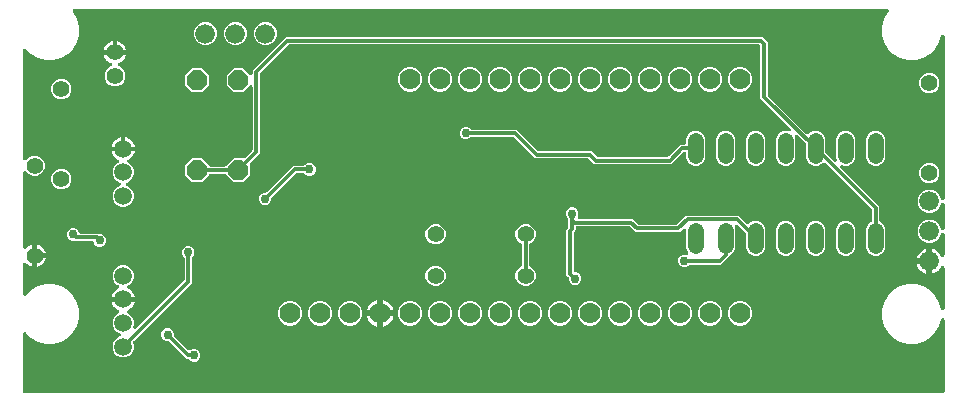
<source format=gbr>
G04 EAGLE Gerber RS-274X export*
G75*
%MOMM*%
%FSLAX34Y34*%
%LPD*%
%INBottom Copper*%
%IPPOS*%
%AMOC8*
5,1,8,0,0,1.08239X$1,22.5*%
G01*
%ADD10C,1.778000*%
%ADD11C,1.320800*%
%ADD12C,1.422400*%
%ADD13C,1.676400*%
%ADD14C,1.500000*%
%ADD15C,1.408000*%
%ADD16P,1.814519X8X292.500000*%
%ADD17C,0.756400*%
%ADD18C,0.304800*%

G36*
X906342Y92864D02*
X906342Y92864D01*
X906368Y92862D01*
X906515Y92884D01*
X906662Y92901D01*
X906687Y92909D01*
X906713Y92913D01*
X906851Y92968D01*
X906990Y93018D01*
X907012Y93032D01*
X907037Y93042D01*
X907158Y93127D01*
X907283Y93207D01*
X907301Y93226D01*
X907323Y93241D01*
X907422Y93351D01*
X907525Y93458D01*
X907539Y93480D01*
X907556Y93500D01*
X907628Y93630D01*
X907704Y93757D01*
X907712Y93782D01*
X907725Y93805D01*
X907765Y93948D01*
X907810Y94089D01*
X907812Y94115D01*
X907820Y94140D01*
X907839Y94384D01*
X907839Y155114D01*
X907822Y155262D01*
X907810Y155412D01*
X907802Y155435D01*
X907799Y155460D01*
X907749Y155601D01*
X907703Y155743D01*
X907690Y155765D01*
X907682Y155788D01*
X907601Y155914D01*
X907524Y156042D01*
X907506Y156060D01*
X907493Y156081D01*
X907385Y156185D01*
X907281Y156292D01*
X907260Y156306D01*
X907242Y156323D01*
X907114Y156400D01*
X906988Y156481D01*
X906964Y156489D01*
X906943Y156502D01*
X906801Y156548D01*
X906660Y156598D01*
X906635Y156601D01*
X906611Y156608D01*
X906462Y156620D01*
X906313Y156637D01*
X906289Y156634D01*
X906264Y156636D01*
X906116Y156614D01*
X905967Y156597D01*
X905944Y156588D01*
X905919Y156584D01*
X905780Y156529D01*
X905639Y156478D01*
X905618Y156465D01*
X905595Y156456D01*
X905473Y156370D01*
X905347Y156289D01*
X905329Y156271D01*
X905309Y156257D01*
X905209Y156146D01*
X905105Y156038D01*
X905092Y156017D01*
X905076Y155998D01*
X905003Y155867D01*
X904927Y155738D01*
X904917Y155710D01*
X904907Y155693D01*
X904894Y155647D01*
X904845Y155508D01*
X903446Y150288D01*
X900134Y144551D01*
X895449Y139866D01*
X889712Y136554D01*
X883312Y134839D01*
X876688Y134839D01*
X870288Y136554D01*
X864551Y139866D01*
X859866Y144551D01*
X856554Y150288D01*
X854839Y156688D01*
X854839Y163312D01*
X856554Y169712D01*
X859866Y175449D01*
X864551Y180134D01*
X870288Y183446D01*
X876688Y185161D01*
X883312Y185161D01*
X889712Y183446D01*
X895449Y180134D01*
X900134Y175449D01*
X903446Y169712D01*
X904845Y164492D01*
X904900Y164353D01*
X904950Y164212D01*
X904964Y164191D01*
X904973Y164168D01*
X905058Y164045D01*
X905139Y163919D01*
X905157Y163902D01*
X905171Y163881D01*
X905282Y163781D01*
X905390Y163677D01*
X905411Y163664D01*
X905430Y163647D01*
X905560Y163575D01*
X905689Y163498D01*
X905713Y163490D01*
X905734Y163478D01*
X905879Y163437D01*
X906021Y163392D01*
X906046Y163390D01*
X906070Y163383D01*
X906219Y163376D01*
X906368Y163364D01*
X906393Y163368D01*
X906418Y163366D01*
X906565Y163393D01*
X906713Y163416D01*
X906736Y163425D01*
X906760Y163429D01*
X906898Y163489D01*
X907037Y163544D01*
X907057Y163558D01*
X907080Y163568D01*
X907200Y163658D01*
X907323Y163743D01*
X907339Y163762D01*
X907360Y163776D01*
X907456Y163891D01*
X907556Y164002D01*
X907568Y164024D01*
X907584Y164043D01*
X907652Y164176D01*
X907725Y164307D01*
X907732Y164331D01*
X907743Y164353D01*
X907779Y164498D01*
X907820Y164642D01*
X907822Y164672D01*
X907827Y164691D01*
X907827Y164739D01*
X907839Y164886D01*
X907839Y199394D01*
X907820Y199558D01*
X907804Y199722D01*
X907800Y199731D01*
X907799Y199741D01*
X907744Y199895D01*
X907690Y200051D01*
X907685Y200060D01*
X907682Y200069D01*
X907593Y200207D01*
X907505Y200347D01*
X907498Y200353D01*
X907493Y200361D01*
X907374Y200476D01*
X907257Y200592D01*
X907249Y200597D01*
X907242Y200604D01*
X907101Y200688D01*
X906961Y200774D01*
X906951Y200778D01*
X906943Y200782D01*
X906787Y200832D01*
X906630Y200885D01*
X906620Y200886D01*
X906611Y200889D01*
X906448Y200902D01*
X906283Y200917D01*
X906273Y200916D01*
X906264Y200917D01*
X906101Y200892D01*
X905938Y200870D01*
X905929Y200866D01*
X905919Y200865D01*
X905766Y200804D01*
X905612Y200745D01*
X905604Y200740D01*
X905595Y200736D01*
X905461Y200643D01*
X905324Y200550D01*
X905317Y200543D01*
X905309Y200537D01*
X905199Y200415D01*
X905087Y200294D01*
X905081Y200284D01*
X905076Y200279D01*
X905061Y200252D01*
X904959Y200086D01*
X904342Y198875D01*
X903331Y197484D01*
X902116Y196269D01*
X900725Y195258D01*
X899193Y194478D01*
X897558Y193946D01*
X897539Y193943D01*
X897539Y203584D01*
X897536Y203610D01*
X897538Y203636D01*
X897516Y203783D01*
X897499Y203930D01*
X897491Y203955D01*
X897487Y203981D01*
X897432Y204118D01*
X897382Y204258D01*
X897368Y204280D01*
X897358Y204305D01*
X897273Y204426D01*
X897193Y204551D01*
X897174Y204569D01*
X897159Y204591D01*
X897143Y204605D01*
X897225Y204690D01*
X897239Y204713D01*
X897256Y204732D01*
X897328Y204862D01*
X897404Y204989D01*
X897412Y205014D01*
X897425Y205037D01*
X897465Y205180D01*
X897510Y205321D01*
X897512Y205347D01*
X897520Y205372D01*
X897539Y205616D01*
X897539Y215257D01*
X897558Y215254D01*
X899193Y214722D01*
X900725Y213942D01*
X902116Y212931D01*
X903331Y211716D01*
X904342Y210325D01*
X904959Y209114D01*
X905050Y208977D01*
X905139Y208839D01*
X905146Y208832D01*
X905151Y208824D01*
X905271Y208711D01*
X905390Y208596D01*
X905398Y208591D01*
X905405Y208585D01*
X905547Y208502D01*
X905689Y208418D01*
X905698Y208415D01*
X905706Y208410D01*
X905863Y208362D01*
X906021Y208311D01*
X906031Y208311D01*
X906040Y208308D01*
X906204Y208297D01*
X906368Y208283D01*
X906378Y208285D01*
X906387Y208284D01*
X906550Y208311D01*
X906713Y208335D01*
X906722Y208339D01*
X906731Y208340D01*
X906885Y208403D01*
X907037Y208464D01*
X907045Y208469D01*
X907054Y208473D01*
X907189Y208570D01*
X907323Y208663D01*
X907329Y208670D01*
X907337Y208675D01*
X907447Y208800D01*
X907556Y208921D01*
X907561Y208930D01*
X907567Y208937D01*
X907645Y209082D01*
X907725Y209226D01*
X907727Y209236D01*
X907732Y209244D01*
X907775Y209403D01*
X907820Y209562D01*
X907821Y209573D01*
X907823Y209581D01*
X907824Y209611D01*
X907839Y209806D01*
X907839Y227451D01*
X907834Y227501D01*
X907836Y227552D01*
X907814Y227674D01*
X907799Y227798D01*
X907782Y227845D01*
X907773Y227894D01*
X907724Y228009D01*
X907682Y228126D01*
X907655Y228168D01*
X907635Y228214D01*
X907560Y228314D01*
X907493Y228418D01*
X907457Y228453D01*
X907427Y228494D01*
X907332Y228574D01*
X907242Y228661D01*
X907199Y228687D01*
X907161Y228719D01*
X907050Y228776D01*
X906943Y228839D01*
X906895Y228855D01*
X906850Y228878D01*
X906730Y228908D01*
X906611Y228946D01*
X906561Y228950D01*
X906512Y228962D01*
X906388Y228964D01*
X906264Y228974D01*
X906214Y228966D01*
X906164Y228967D01*
X906042Y228940D01*
X905919Y228922D01*
X905872Y228903D01*
X905823Y228893D01*
X905711Y228839D01*
X905595Y228793D01*
X905554Y228764D01*
X905508Y228743D01*
X905411Y228665D01*
X905309Y228594D01*
X905275Y228557D01*
X905236Y228526D01*
X905159Y228428D01*
X905076Y228336D01*
X905051Y228291D01*
X905020Y228252D01*
X904909Y228034D01*
X903399Y224388D01*
X900612Y221601D01*
X896971Y220093D01*
X893029Y220093D01*
X889388Y221601D01*
X886601Y224388D01*
X885093Y228029D01*
X885093Y231971D01*
X886601Y235612D01*
X889388Y238399D01*
X893029Y239907D01*
X896971Y239907D01*
X900612Y238399D01*
X903399Y235612D01*
X904909Y231966D01*
X904933Y231922D01*
X904950Y231874D01*
X905018Y231770D01*
X905078Y231661D01*
X905112Y231624D01*
X905139Y231582D01*
X905229Y231495D01*
X905312Y231403D01*
X905354Y231374D01*
X905390Y231339D01*
X905497Y231275D01*
X905599Y231205D01*
X905646Y231186D01*
X905689Y231161D01*
X905807Y231123D01*
X905923Y231077D01*
X905973Y231070D01*
X906021Y231054D01*
X906145Y231044D01*
X906268Y231026D01*
X906318Y231030D01*
X906368Y231026D01*
X906491Y231045D01*
X906615Y231055D01*
X906663Y231071D01*
X906713Y231078D01*
X906828Y231124D01*
X906947Y231162D01*
X906990Y231188D01*
X907037Y231207D01*
X907139Y231278D01*
X907245Y231342D01*
X907282Y231377D01*
X907323Y231406D01*
X907406Y231498D01*
X907495Y231585D01*
X907523Y231627D01*
X907556Y231664D01*
X907616Y231773D01*
X907684Y231878D01*
X907701Y231925D01*
X907725Y231969D01*
X907759Y232089D01*
X907800Y232206D01*
X907806Y232256D01*
X907820Y232305D01*
X907839Y232549D01*
X907839Y252851D01*
X907834Y252901D01*
X907836Y252952D01*
X907814Y253074D01*
X907799Y253198D01*
X907782Y253245D01*
X907773Y253294D01*
X907724Y253409D01*
X907682Y253526D01*
X907655Y253568D01*
X907635Y253614D01*
X907560Y253714D01*
X907493Y253818D01*
X907457Y253853D01*
X907427Y253894D01*
X907332Y253974D01*
X907242Y254061D01*
X907199Y254087D01*
X907161Y254119D01*
X907050Y254176D01*
X906943Y254239D01*
X906895Y254255D01*
X906850Y254278D01*
X906730Y254308D01*
X906611Y254346D01*
X906561Y254350D01*
X906512Y254362D01*
X906388Y254364D01*
X906264Y254374D01*
X906214Y254366D01*
X906164Y254367D01*
X906042Y254340D01*
X905919Y254322D01*
X905872Y254303D01*
X905823Y254293D01*
X905711Y254239D01*
X905595Y254193D01*
X905554Y254164D01*
X905508Y254143D01*
X905411Y254065D01*
X905309Y253994D01*
X905275Y253957D01*
X905236Y253926D01*
X905159Y253828D01*
X905076Y253736D01*
X905051Y253691D01*
X905020Y253652D01*
X904909Y253434D01*
X903399Y249788D01*
X900612Y247001D01*
X896971Y245493D01*
X893029Y245493D01*
X889388Y247001D01*
X886601Y249788D01*
X885093Y253429D01*
X885093Y257371D01*
X886601Y261012D01*
X889388Y263799D01*
X893029Y265307D01*
X896971Y265307D01*
X900612Y263799D01*
X903399Y261012D01*
X904909Y257366D01*
X904933Y257322D01*
X904950Y257274D01*
X905018Y257170D01*
X905078Y257061D01*
X905112Y257024D01*
X905139Y256982D01*
X905229Y256895D01*
X905312Y256803D01*
X905354Y256774D01*
X905390Y256739D01*
X905497Y256675D01*
X905599Y256605D01*
X905646Y256586D01*
X905689Y256561D01*
X905807Y256523D01*
X905923Y256477D01*
X905973Y256470D01*
X906021Y256454D01*
X906145Y256444D01*
X906268Y256426D01*
X906318Y256430D01*
X906368Y256426D01*
X906491Y256445D01*
X906615Y256455D01*
X906663Y256471D01*
X906713Y256478D01*
X906828Y256524D01*
X906947Y256562D01*
X906990Y256588D01*
X907037Y256607D01*
X907139Y256678D01*
X907245Y256742D01*
X907282Y256777D01*
X907323Y256806D01*
X907406Y256898D01*
X907495Y256985D01*
X907523Y257027D01*
X907556Y257064D01*
X907616Y257173D01*
X907684Y257278D01*
X907701Y257325D01*
X907725Y257369D01*
X907759Y257489D01*
X907800Y257606D01*
X907806Y257656D01*
X907820Y257705D01*
X907839Y257949D01*
X907839Y395114D01*
X907822Y395263D01*
X907810Y395412D01*
X907802Y395435D01*
X907799Y395460D01*
X907749Y395601D01*
X907703Y395743D01*
X907690Y395765D01*
X907682Y395788D01*
X907601Y395914D01*
X907524Y396042D01*
X907506Y396060D01*
X907493Y396081D01*
X907385Y396185D01*
X907281Y396292D01*
X907260Y396306D01*
X907242Y396323D01*
X907114Y396400D01*
X906988Y396481D01*
X906964Y396489D01*
X906943Y396502D01*
X906801Y396548D01*
X906660Y396598D01*
X906635Y396601D01*
X906611Y396608D01*
X906462Y396620D01*
X906313Y396637D01*
X906289Y396634D01*
X906264Y396636D01*
X906116Y396614D01*
X905967Y396597D01*
X905944Y396588D01*
X905919Y396584D01*
X905780Y396529D01*
X905639Y396478D01*
X905618Y396465D01*
X905595Y396456D01*
X905473Y396370D01*
X905347Y396289D01*
X905329Y396271D01*
X905309Y396257D01*
X905209Y396146D01*
X905105Y396038D01*
X905092Y396017D01*
X905076Y395998D01*
X905003Y395867D01*
X904927Y395738D01*
X904917Y395710D01*
X904907Y395693D01*
X904894Y395647D01*
X904845Y395508D01*
X903446Y390288D01*
X900134Y384551D01*
X895449Y379866D01*
X889712Y376554D01*
X883312Y374839D01*
X876688Y374839D01*
X870288Y376554D01*
X864551Y379866D01*
X859866Y384551D01*
X856554Y390288D01*
X854839Y396688D01*
X854839Y403312D01*
X856554Y409712D01*
X859866Y415449D01*
X860056Y415639D01*
X860119Y415718D01*
X860188Y415790D01*
X860227Y415854D01*
X860273Y415912D01*
X860316Y416003D01*
X860367Y416089D01*
X860390Y416160D01*
X860422Y416227D01*
X860443Y416325D01*
X860474Y416421D01*
X860480Y416495D01*
X860495Y416568D01*
X860493Y416668D01*
X860502Y416768D01*
X860491Y416842D01*
X860489Y416916D01*
X860465Y417014D01*
X860450Y417113D01*
X860422Y417182D01*
X860404Y417254D01*
X860358Y417344D01*
X860321Y417437D01*
X860279Y417498D01*
X860245Y417564D01*
X860179Y417640D01*
X860122Y417723D01*
X860067Y417773D01*
X860019Y417829D01*
X859938Y417889D01*
X859863Y417956D01*
X859798Y417992D01*
X859739Y418037D01*
X859646Y418076D01*
X859558Y418125D01*
X859487Y418145D01*
X859419Y418175D01*
X859320Y418192D01*
X859223Y418220D01*
X859123Y418228D01*
X859075Y418236D01*
X859040Y418234D01*
X858979Y418239D01*
X171021Y418239D01*
X170921Y418228D01*
X170821Y418226D01*
X170748Y418208D01*
X170675Y418199D01*
X170580Y418166D01*
X170483Y418141D01*
X170417Y418107D01*
X170347Y418082D01*
X170262Y418027D01*
X170173Y417981D01*
X170116Y417933D01*
X170054Y417893D01*
X169984Y417821D01*
X169907Y417756D01*
X169863Y417696D01*
X169812Y417642D01*
X169760Y417556D01*
X169700Y417475D01*
X169671Y417407D01*
X169633Y417343D01*
X169602Y417248D01*
X169562Y417155D01*
X169549Y417082D01*
X169526Y417011D01*
X169518Y416911D01*
X169501Y416812D01*
X169504Y416738D01*
X169498Y416664D01*
X169513Y416565D01*
X169519Y416464D01*
X169539Y416393D01*
X169550Y416319D01*
X169587Y416226D01*
X169615Y416129D01*
X169651Y416064D01*
X169679Y415995D01*
X169736Y415913D01*
X169785Y415825D01*
X169850Y415749D01*
X169878Y415709D01*
X169904Y415685D01*
X169944Y415639D01*
X170134Y415449D01*
X173446Y409712D01*
X175161Y403312D01*
X175161Y396688D01*
X173446Y390288D01*
X170134Y384551D01*
X165449Y379866D01*
X159712Y376554D01*
X153312Y374839D01*
X146688Y374839D01*
X140288Y376554D01*
X134551Y379866D01*
X130261Y384156D01*
X130183Y384219D01*
X130110Y384288D01*
X130046Y384327D01*
X129988Y384373D01*
X129897Y384416D01*
X129811Y384467D01*
X129740Y384490D01*
X129673Y384522D01*
X129575Y384543D01*
X129479Y384574D01*
X129405Y384580D01*
X129332Y384595D01*
X129232Y384593D01*
X129132Y384602D01*
X129058Y384590D01*
X128984Y384589D01*
X128887Y384565D01*
X128787Y384550D01*
X128718Y384522D01*
X128646Y384504D01*
X128556Y384458D01*
X128463Y384421D01*
X128402Y384379D01*
X128336Y384345D01*
X128259Y384279D01*
X128177Y384222D01*
X128127Y384167D01*
X128071Y384119D01*
X128011Y384038D01*
X127944Y383963D01*
X127908Y383898D01*
X127863Y383838D01*
X127824Y383746D01*
X127775Y383658D01*
X127755Y383587D01*
X127725Y383518D01*
X127708Y383420D01*
X127680Y383323D01*
X127672Y383223D01*
X127664Y383175D01*
X127666Y383140D01*
X127661Y383079D01*
X127661Y291551D01*
X127672Y291451D01*
X127674Y291350D01*
X127692Y291278D01*
X127701Y291204D01*
X127734Y291110D01*
X127759Y291012D01*
X127793Y290946D01*
X127818Y290876D01*
X127873Y290792D01*
X127919Y290703D01*
X127967Y290646D01*
X128007Y290583D01*
X128079Y290513D01*
X128144Y290437D01*
X128204Y290393D01*
X128258Y290341D01*
X128344Y290290D01*
X128425Y290230D01*
X128493Y290201D01*
X128557Y290162D01*
X128653Y290132D01*
X128745Y290092D01*
X128818Y290079D01*
X128889Y290056D01*
X128989Y290048D01*
X129088Y290030D01*
X129162Y290034D01*
X129236Y290028D01*
X129336Y290043D01*
X129436Y290048D01*
X129507Y290069D01*
X129581Y290080D01*
X129674Y290117D01*
X129771Y290145D01*
X129836Y290181D01*
X129905Y290209D01*
X129987Y290266D01*
X130075Y290315D01*
X130151Y290380D01*
X130191Y290408D01*
X130215Y290434D01*
X130261Y290473D01*
X132648Y292861D01*
X135796Y294165D01*
X139204Y294165D01*
X142352Y292861D01*
X144761Y290452D01*
X146065Y287304D01*
X146065Y283896D01*
X144761Y280748D01*
X142352Y278339D01*
X139204Y277035D01*
X135796Y277035D01*
X132648Y278339D01*
X130261Y280727D01*
X130183Y280789D01*
X130110Y280859D01*
X130046Y280897D01*
X129988Y280943D01*
X129897Y280986D01*
X129811Y281038D01*
X129740Y281060D01*
X129673Y281092D01*
X129575Y281113D01*
X129479Y281144D01*
X129405Y281150D01*
X129332Y281165D01*
X129232Y281164D01*
X129132Y281172D01*
X129058Y281161D01*
X128984Y281160D01*
X128887Y281135D01*
X128787Y281120D01*
X128718Y281093D01*
X128646Y281075D01*
X128557Y281029D01*
X128463Y280991D01*
X128402Y280949D01*
X128336Y280915D01*
X128260Y280850D01*
X128177Y280792D01*
X128127Y280737D01*
X128071Y280689D01*
X128011Y280608D01*
X127944Y280534D01*
X127908Y280469D01*
X127863Y280409D01*
X127824Y280317D01*
X127775Y280229D01*
X127755Y280157D01*
X127725Y280089D01*
X127708Y279990D01*
X127680Y279893D01*
X127672Y279793D01*
X127664Y279746D01*
X127666Y279710D01*
X127661Y279649D01*
X127661Y216787D01*
X127672Y216688D01*
X127674Y216587D01*
X127692Y216515D01*
X127701Y216441D01*
X127735Y216346D01*
X127759Y216249D01*
X127793Y216183D01*
X127818Y216113D01*
X127873Y216029D01*
X127919Y215939D01*
X127967Y215883D01*
X128007Y215820D01*
X128079Y215750D01*
X128144Y215674D01*
X128204Y215630D01*
X128258Y215578D01*
X128344Y215526D01*
X128425Y215467D01*
X128493Y215437D01*
X128557Y215399D01*
X128653Y215369D01*
X128745Y215329D01*
X128818Y215316D01*
X128889Y215293D01*
X128989Y215285D01*
X129088Y215267D01*
X129162Y215271D01*
X129236Y215265D01*
X129336Y215280D01*
X129436Y215285D01*
X129507Y215306D01*
X129581Y215317D01*
X129674Y215354D01*
X129771Y215382D01*
X129836Y215418D01*
X129905Y215445D01*
X129987Y215503D01*
X130075Y215552D01*
X130151Y215617D01*
X130191Y215644D01*
X130215Y215671D01*
X130261Y215710D01*
X131259Y216708D01*
X132479Y217594D01*
X133822Y218279D01*
X135251Y218743D01*
X135251Y210126D01*
X135253Y210110D01*
X135252Y210099D01*
X135253Y210090D01*
X135252Y210074D01*
X135274Y209927D01*
X135291Y209780D01*
X135299Y209755D01*
X135303Y209729D01*
X135358Y209592D01*
X135408Y209452D01*
X135422Y209430D01*
X135432Y209405D01*
X135441Y209393D01*
X135386Y209301D01*
X135378Y209276D01*
X135365Y209253D01*
X135325Y209110D01*
X135280Y208969D01*
X135277Y208943D01*
X135270Y208918D01*
X135251Y208674D01*
X135251Y200057D01*
X133822Y200521D01*
X132479Y201206D01*
X131259Y202092D01*
X130261Y203090D01*
X130182Y203152D01*
X130110Y203222D01*
X130046Y203260D01*
X129988Y203306D01*
X129897Y203349D01*
X129811Y203401D01*
X129740Y203423D01*
X129673Y203455D01*
X129575Y203476D01*
X129479Y203507D01*
X129405Y203513D01*
X129332Y203529D01*
X129232Y203527D01*
X129132Y203535D01*
X129058Y203524D01*
X128984Y203523D01*
X128887Y203498D01*
X128787Y203483D01*
X128718Y203456D01*
X128646Y203438D01*
X128557Y203392D01*
X128463Y203355D01*
X128402Y203312D01*
X128336Y203278D01*
X128260Y203213D01*
X128177Y203156D01*
X128127Y203100D01*
X128071Y203052D01*
X128011Y202971D01*
X127944Y202897D01*
X127908Y202832D01*
X127863Y202772D01*
X127824Y202680D01*
X127775Y202592D01*
X127755Y202520D01*
X127725Y202452D01*
X127708Y202353D01*
X127680Y202256D01*
X127672Y202156D01*
X127664Y202109D01*
X127666Y202073D01*
X127661Y202013D01*
X127661Y176921D01*
X127672Y176821D01*
X127674Y176721D01*
X127692Y176649D01*
X127701Y176575D01*
X127734Y176480D01*
X127759Y176383D01*
X127793Y176317D01*
X127818Y176247D01*
X127873Y176162D01*
X127919Y176073D01*
X127967Y176016D01*
X128007Y175954D01*
X128079Y175884D01*
X128144Y175807D01*
X128204Y175763D01*
X128258Y175712D01*
X128344Y175660D01*
X128425Y175600D01*
X128493Y175571D01*
X128557Y175533D01*
X128653Y175502D01*
X128745Y175462D01*
X128818Y175449D01*
X128889Y175426D01*
X128989Y175418D01*
X129088Y175401D01*
X129162Y175404D01*
X129236Y175398D01*
X129336Y175413D01*
X129436Y175419D01*
X129507Y175439D01*
X129581Y175450D01*
X129674Y175487D01*
X129771Y175515D01*
X129836Y175551D01*
X129905Y175579D01*
X129987Y175636D01*
X130075Y175685D01*
X130151Y175750D01*
X130191Y175778D01*
X130215Y175804D01*
X130261Y175844D01*
X134551Y180134D01*
X140288Y183446D01*
X146688Y185161D01*
X153312Y185161D01*
X159712Y183446D01*
X165449Y180134D01*
X170134Y175449D01*
X173446Y169712D01*
X175161Y163312D01*
X175161Y156688D01*
X173446Y150288D01*
X170134Y144551D01*
X165449Y139866D01*
X159712Y136554D01*
X153312Y134839D01*
X146688Y134839D01*
X140288Y136554D01*
X134551Y139866D01*
X130261Y144156D01*
X130183Y144219D01*
X130110Y144288D01*
X130046Y144327D01*
X129988Y144373D01*
X129897Y144416D01*
X129811Y144467D01*
X129740Y144490D01*
X129673Y144522D01*
X129575Y144543D01*
X129479Y144574D01*
X129405Y144580D01*
X129332Y144595D01*
X129232Y144593D01*
X129132Y144602D01*
X129058Y144590D01*
X128984Y144589D01*
X128887Y144565D01*
X128787Y144550D01*
X128718Y144522D01*
X128646Y144504D01*
X128556Y144458D01*
X128463Y144421D01*
X128402Y144379D01*
X128336Y144345D01*
X128259Y144279D01*
X128177Y144222D01*
X128127Y144167D01*
X128071Y144119D01*
X128011Y144038D01*
X127944Y143963D01*
X127908Y143898D01*
X127863Y143838D01*
X127824Y143746D01*
X127775Y143658D01*
X127755Y143587D01*
X127725Y143518D01*
X127708Y143420D01*
X127680Y143323D01*
X127672Y143223D01*
X127664Y143175D01*
X127666Y143140D01*
X127661Y143079D01*
X127661Y94384D01*
X127664Y94358D01*
X127662Y94332D01*
X127684Y94185D01*
X127701Y94038D01*
X127709Y94013D01*
X127713Y93987D01*
X127768Y93849D01*
X127818Y93710D01*
X127832Y93688D01*
X127842Y93663D01*
X127927Y93542D01*
X128007Y93417D01*
X128026Y93399D01*
X128041Y93377D01*
X128151Y93278D01*
X128258Y93175D01*
X128280Y93161D01*
X128300Y93144D01*
X128430Y93072D01*
X128557Y92996D01*
X128582Y92988D01*
X128605Y92975D01*
X128748Y92935D01*
X128889Y92890D01*
X128915Y92888D01*
X128940Y92880D01*
X129184Y92861D01*
X906316Y92861D01*
X906342Y92864D01*
G37*
%LPC*%
G36*
X848003Y209367D02*
X848003Y209367D01*
X845015Y210605D01*
X842729Y212891D01*
X841491Y215879D01*
X841491Y232321D01*
X842729Y235309D01*
X845015Y237595D01*
X845631Y237850D01*
X845698Y237887D01*
X845769Y237915D01*
X845849Y237972D01*
X845936Y238019D01*
X845992Y238071D01*
X846055Y238114D01*
X846121Y238187D01*
X846194Y238254D01*
X846237Y238316D01*
X846288Y238373D01*
X846336Y238459D01*
X846392Y238540D01*
X846420Y238611D01*
X846457Y238678D01*
X846484Y238773D01*
X846520Y238864D01*
X846531Y238940D01*
X846552Y239014D01*
X846564Y239162D01*
X846571Y239209D01*
X846569Y239228D01*
X846571Y239257D01*
X846571Y247606D01*
X846557Y247732D01*
X846550Y247858D01*
X846537Y247904D01*
X846531Y247952D01*
X846489Y248071D01*
X846454Y248193D01*
X846430Y248235D01*
X846414Y248281D01*
X846345Y248387D01*
X846284Y248497D01*
X846244Y248543D01*
X846225Y248573D01*
X846190Y248607D01*
X846125Y248683D01*
X806791Y288017D01*
X806771Y288034D01*
X806754Y288054D01*
X806634Y288142D01*
X806518Y288234D01*
X806495Y288245D01*
X806473Y288261D01*
X806337Y288319D01*
X806203Y288383D01*
X806177Y288388D01*
X806153Y288399D01*
X806007Y288425D01*
X805862Y288456D01*
X805836Y288456D01*
X805810Y288460D01*
X805662Y288453D01*
X805514Y288450D01*
X805489Y288444D01*
X805462Y288442D01*
X805320Y288401D01*
X805176Y288365D01*
X805153Y288353D01*
X805127Y288346D01*
X804998Y288274D01*
X804866Y288206D01*
X804846Y288189D01*
X804823Y288176D01*
X804637Y288017D01*
X803425Y286805D01*
X800437Y285567D01*
X797203Y285567D01*
X794215Y286805D01*
X791929Y289091D01*
X790691Y292079D01*
X790691Y303486D01*
X790677Y303612D01*
X790670Y303738D01*
X790657Y303784D01*
X790651Y303832D01*
X790609Y303951D01*
X790574Y304073D01*
X790550Y304115D01*
X790534Y304161D01*
X790465Y304267D01*
X790404Y304377D01*
X790364Y304423D01*
X790345Y304453D01*
X790310Y304487D01*
X790245Y304563D01*
X783613Y311196D01*
X783573Y311227D01*
X783540Y311264D01*
X783437Y311335D01*
X783340Y311412D01*
X783294Y311434D01*
X783253Y311462D01*
X783137Y311508D01*
X783025Y311561D01*
X782975Y311572D01*
X782929Y311590D01*
X782806Y311608D01*
X782684Y311635D01*
X782634Y311634D01*
X782584Y311641D01*
X782460Y311631D01*
X782336Y311629D01*
X782287Y311616D01*
X782237Y311612D01*
X782118Y311574D01*
X781998Y311544D01*
X781953Y311520D01*
X781905Y311505D01*
X781798Y311441D01*
X781688Y311384D01*
X781649Y311351D01*
X781606Y311325D01*
X781517Y311239D01*
X781422Y311158D01*
X781392Y311118D01*
X781356Y311082D01*
X781289Y310978D01*
X781215Y310878D01*
X781195Y310831D01*
X781168Y310789D01*
X781126Y310672D01*
X781077Y310558D01*
X781068Y310508D01*
X781051Y310461D01*
X781038Y310337D01*
X781016Y310215D01*
X781018Y310164D01*
X781012Y310114D01*
X781027Y309991D01*
X781033Y309867D01*
X781047Y309818D01*
X781053Y309768D01*
X781128Y309536D01*
X781549Y308521D01*
X781549Y292079D01*
X780311Y289091D01*
X778025Y286805D01*
X775037Y285567D01*
X771803Y285567D01*
X768815Y286805D01*
X766529Y289091D01*
X765291Y292079D01*
X765291Y308521D01*
X766529Y311509D01*
X768815Y313795D01*
X771803Y315033D01*
X775037Y315033D01*
X776052Y314612D01*
X776100Y314599D01*
X776146Y314577D01*
X776267Y314551D01*
X776387Y314517D01*
X776437Y314514D01*
X776486Y314504D01*
X776610Y314506D01*
X776735Y314500D01*
X776784Y314509D01*
X776835Y314510D01*
X776955Y314540D01*
X777078Y314562D01*
X777124Y314582D01*
X777173Y314595D01*
X777283Y314652D01*
X777397Y314701D01*
X777438Y314731D01*
X777482Y314754D01*
X777577Y314835D01*
X777677Y314909D01*
X777710Y314948D01*
X777748Y314980D01*
X777822Y315080D01*
X777902Y315175D01*
X777925Y315220D01*
X777955Y315260D01*
X778004Y315375D01*
X778061Y315485D01*
X778073Y315534D01*
X778093Y315580D01*
X778115Y315703D01*
X778145Y315824D01*
X778146Y315874D01*
X778155Y315923D01*
X778148Y316048D01*
X778150Y316172D01*
X778139Y316221D01*
X778137Y316272D01*
X778102Y316391D01*
X778076Y316513D01*
X778054Y316558D01*
X778040Y316606D01*
X777980Y316715D01*
X777926Y316827D01*
X777895Y316867D01*
X777870Y316911D01*
X777712Y317097D01*
X777709Y317100D01*
X751951Y342857D01*
X751951Y386928D01*
X751948Y386954D01*
X751950Y386980D01*
X751928Y387127D01*
X751911Y387274D01*
X751903Y387299D01*
X751899Y387325D01*
X751844Y387463D01*
X751794Y387602D01*
X751780Y387624D01*
X751770Y387649D01*
X751685Y387770D01*
X751605Y387895D01*
X751586Y387913D01*
X751571Y387935D01*
X751461Y388034D01*
X751354Y388137D01*
X751332Y388151D01*
X751312Y388168D01*
X751182Y388240D01*
X751055Y388316D01*
X751030Y388324D01*
X751007Y388337D01*
X750864Y388377D01*
X750723Y388422D01*
X750697Y388424D01*
X750672Y388432D01*
X750428Y388451D01*
X353394Y388451D01*
X353268Y388437D01*
X353142Y388430D01*
X353096Y388417D01*
X353048Y388411D01*
X352929Y388369D01*
X352807Y388334D01*
X352765Y388310D01*
X352719Y388294D01*
X352613Y388225D01*
X352503Y388164D01*
X352457Y388124D01*
X352427Y388105D01*
X352393Y388070D01*
X352317Y388005D01*
X328495Y364183D01*
X328416Y364084D01*
X328332Y363990D01*
X328308Y363948D01*
X328278Y363910D01*
X328224Y363796D01*
X328163Y363685D01*
X328150Y363639D01*
X328129Y363595D01*
X328103Y363472D01*
X328068Y363350D01*
X328063Y363289D01*
X328056Y363254D01*
X328057Y363206D01*
X328049Y363106D01*
X328049Y295637D01*
X320238Y287826D01*
X320222Y287806D01*
X320202Y287789D01*
X320113Y287669D01*
X320021Y287553D01*
X320010Y287530D01*
X319994Y287508D01*
X319936Y287372D01*
X319872Y287238D01*
X319867Y287213D01*
X319856Y287188D01*
X319830Y287042D01*
X319799Y286898D01*
X319800Y286871D01*
X319795Y286845D01*
X319803Y286697D01*
X319805Y286549D01*
X319811Y286524D01*
X319813Y286497D01*
X319854Y286355D01*
X319890Y286211D01*
X319902Y286188D01*
X319907Y286172D01*
X319907Y277796D01*
X314104Y271993D01*
X305896Y271993D01*
X299963Y277927D01*
X299936Y278002D01*
X299922Y278024D01*
X299912Y278049D01*
X299827Y278170D01*
X299747Y278295D01*
X299728Y278313D01*
X299713Y278335D01*
X299603Y278434D01*
X299496Y278537D01*
X299474Y278551D01*
X299454Y278568D01*
X299324Y278640D01*
X299197Y278716D01*
X299172Y278724D01*
X299149Y278737D01*
X299006Y278777D01*
X298865Y278822D01*
X298839Y278824D01*
X298814Y278832D01*
X298570Y278851D01*
X286430Y278851D01*
X286404Y278848D01*
X286378Y278850D01*
X286231Y278828D01*
X286084Y278811D01*
X286059Y278803D01*
X286033Y278799D01*
X285895Y278744D01*
X285756Y278694D01*
X285734Y278680D01*
X285709Y278670D01*
X285588Y278585D01*
X285463Y278505D01*
X285445Y278486D01*
X285423Y278471D01*
X285324Y278361D01*
X285221Y278254D01*
X285207Y278232D01*
X285190Y278212D01*
X285118Y278082D01*
X285042Y277955D01*
X285034Y277930D01*
X285026Y277915D01*
X279104Y271993D01*
X270896Y271993D01*
X265093Y277796D01*
X265093Y286004D01*
X270896Y291807D01*
X279104Y291807D01*
X285037Y285873D01*
X285064Y285798D01*
X285078Y285776D01*
X285088Y285751D01*
X285173Y285630D01*
X285253Y285505D01*
X285272Y285487D01*
X285287Y285465D01*
X285397Y285366D01*
X285504Y285263D01*
X285526Y285249D01*
X285546Y285232D01*
X285676Y285160D01*
X285803Y285084D01*
X285828Y285076D01*
X285851Y285063D01*
X285994Y285023D01*
X286135Y284978D01*
X286161Y284976D01*
X286186Y284968D01*
X286430Y284949D01*
X298570Y284949D01*
X298596Y284952D01*
X298622Y284950D01*
X298769Y284972D01*
X298916Y284989D01*
X298941Y284997D01*
X298967Y285001D01*
X299105Y285056D01*
X299244Y285106D01*
X299266Y285120D01*
X299291Y285130D01*
X299412Y285215D01*
X299537Y285295D01*
X299555Y285314D01*
X299577Y285329D01*
X299676Y285439D01*
X299779Y285546D01*
X299793Y285568D01*
X299810Y285588D01*
X299882Y285718D01*
X299958Y285845D01*
X299966Y285870D01*
X299974Y285885D01*
X305896Y291807D01*
X314288Y291807D01*
X314360Y291773D01*
X314386Y291767D01*
X314410Y291757D01*
X314556Y291730D01*
X314701Y291699D01*
X314727Y291700D01*
X314753Y291695D01*
X314901Y291702D01*
X315049Y291705D01*
X315075Y291711D01*
X315101Y291713D01*
X315244Y291754D01*
X315387Y291790D01*
X315411Y291802D01*
X315436Y291809D01*
X315566Y291882D01*
X315697Y291950D01*
X315717Y291967D01*
X315740Y291979D01*
X315926Y292138D01*
X321505Y297717D01*
X321584Y297816D01*
X321668Y297910D01*
X321692Y297952D01*
X321722Y297990D01*
X321776Y298104D01*
X321837Y298215D01*
X321850Y298261D01*
X321871Y298305D01*
X321897Y298428D01*
X321932Y298550D01*
X321937Y298611D01*
X321944Y298646D01*
X321943Y298694D01*
X321951Y298794D01*
X321951Y352364D01*
X321940Y352463D01*
X321938Y352564D01*
X321920Y352636D01*
X321911Y352710D01*
X321878Y352804D01*
X321853Y352902D01*
X321819Y352968D01*
X321794Y353038D01*
X321739Y353122D01*
X321693Y353212D01*
X321645Y353268D01*
X321605Y353331D01*
X321533Y353401D01*
X321468Y353477D01*
X321408Y353521D01*
X321354Y353573D01*
X321268Y353624D01*
X321187Y353684D01*
X321119Y353714D01*
X321055Y353752D01*
X320959Y353782D01*
X320867Y353822D01*
X320794Y353835D01*
X320723Y353858D01*
X320623Y353866D01*
X320524Y353884D01*
X320450Y353880D01*
X320376Y353886D01*
X320276Y353871D01*
X320176Y353866D01*
X320105Y353845D01*
X320031Y353834D01*
X319938Y353797D01*
X319841Y353769D01*
X319776Y353733D01*
X319707Y353706D01*
X319625Y353648D01*
X319537Y353599D01*
X319461Y353534D01*
X319421Y353507D01*
X319397Y353480D01*
X319351Y353441D01*
X314104Y348193D01*
X305896Y348193D01*
X300093Y353996D01*
X300093Y362204D01*
X305896Y368007D01*
X314104Y368007D01*
X319351Y362759D01*
X319429Y362697D01*
X319502Y362627D01*
X319566Y362589D01*
X319624Y362543D01*
X319715Y362500D01*
X319801Y362448D01*
X319872Y362426D01*
X319939Y362394D01*
X320037Y362373D01*
X320133Y362342D01*
X320207Y362336D01*
X320280Y362320D01*
X320380Y362322D01*
X320480Y362314D01*
X320554Y362325D01*
X320628Y362326D01*
X320725Y362351D01*
X320825Y362366D01*
X320894Y362393D01*
X320966Y362411D01*
X321056Y362457D01*
X321149Y362494D01*
X321210Y362537D01*
X321276Y362571D01*
X321353Y362636D01*
X321435Y362693D01*
X321485Y362749D01*
X321541Y362797D01*
X321601Y362878D01*
X321668Y362952D01*
X321704Y363017D01*
X321749Y363077D01*
X321788Y363169D01*
X321837Y363257D01*
X321857Y363329D01*
X321887Y363397D01*
X321904Y363496D01*
X321932Y363593D01*
X321940Y363693D01*
X321948Y363740D01*
X321946Y363776D01*
X321951Y363836D01*
X321951Y366263D01*
X350237Y394549D01*
X753763Y394549D01*
X755995Y392317D01*
X758049Y390263D01*
X758049Y346014D01*
X758063Y345888D01*
X758070Y345762D01*
X758083Y345716D01*
X758089Y345668D01*
X758131Y345549D01*
X758166Y345427D01*
X758190Y345385D01*
X758206Y345339D01*
X758275Y345233D01*
X758336Y345123D01*
X758376Y345077D01*
X758395Y345047D01*
X758430Y345013D01*
X758495Y344937D01*
X790849Y312583D01*
X790869Y312566D01*
X790886Y312546D01*
X791006Y312458D01*
X791122Y312366D01*
X791145Y312355D01*
X791167Y312339D01*
X791303Y312281D01*
X791437Y312217D01*
X791463Y312212D01*
X791487Y312201D01*
X791633Y312175D01*
X791778Y312144D01*
X791804Y312144D01*
X791830Y312140D01*
X791978Y312147D01*
X792126Y312150D01*
X792152Y312156D01*
X792178Y312158D01*
X792320Y312199D01*
X792464Y312235D01*
X792487Y312247D01*
X792513Y312254D01*
X792642Y312327D01*
X792774Y312394D01*
X792794Y312411D01*
X792817Y312424D01*
X793003Y312583D01*
X794215Y313795D01*
X797203Y315033D01*
X800437Y315033D01*
X803425Y313795D01*
X805711Y311509D01*
X806949Y308521D01*
X806949Y297114D01*
X806963Y296988D01*
X806970Y296862D01*
X806983Y296816D01*
X806989Y296768D01*
X807031Y296649D01*
X807066Y296527D01*
X807090Y296485D01*
X807106Y296439D01*
X807175Y296333D01*
X807236Y296223D01*
X807276Y296177D01*
X807295Y296147D01*
X807330Y296113D01*
X807395Y296037D01*
X814027Y289404D01*
X814067Y289373D01*
X814100Y289336D01*
X814203Y289265D01*
X814300Y289188D01*
X814346Y289166D01*
X814387Y289138D01*
X814503Y289092D01*
X814615Y289039D01*
X814664Y289028D01*
X814711Y289010D01*
X814835Y288992D01*
X814956Y288965D01*
X815006Y288966D01*
X815056Y288959D01*
X815180Y288969D01*
X815304Y288971D01*
X815353Y288984D01*
X815403Y288988D01*
X815522Y289026D01*
X815642Y289056D01*
X815687Y289080D01*
X815735Y289095D01*
X815842Y289159D01*
X815952Y289216D01*
X815991Y289249D01*
X816034Y289275D01*
X816123Y289361D01*
X816218Y289442D01*
X816248Y289482D01*
X816284Y289517D01*
X816351Y289622D01*
X816425Y289722D01*
X816445Y289768D01*
X816472Y289811D01*
X816514Y289928D01*
X816563Y290042D01*
X816572Y290092D01*
X816589Y290139D01*
X816602Y290263D01*
X816625Y290385D01*
X816622Y290436D01*
X816628Y290486D01*
X816613Y290609D01*
X816607Y290733D01*
X816593Y290782D01*
X816587Y290832D01*
X816512Y291064D01*
X816091Y292079D01*
X816091Y308521D01*
X817329Y311509D01*
X819615Y313795D01*
X822603Y315033D01*
X825837Y315033D01*
X828825Y313795D01*
X831111Y311509D01*
X832349Y308521D01*
X832349Y292079D01*
X831111Y289091D01*
X828825Y286805D01*
X825837Y285567D01*
X822603Y285567D01*
X821588Y285988D01*
X821540Y286001D01*
X821494Y286023D01*
X821373Y286049D01*
X821253Y286083D01*
X821203Y286086D01*
X821154Y286096D01*
X821030Y286094D01*
X820905Y286100D01*
X820856Y286091D01*
X820805Y286090D01*
X820685Y286060D01*
X820562Y286038D01*
X820516Y286018D01*
X820467Y286005D01*
X820357Y285948D01*
X820243Y285899D01*
X820202Y285869D01*
X820157Y285846D01*
X820063Y285765D01*
X819963Y285691D01*
X819930Y285652D01*
X819892Y285620D01*
X819818Y285520D01*
X819738Y285425D01*
X819715Y285380D01*
X819685Y285340D01*
X819636Y285225D01*
X819579Y285115D01*
X819567Y285066D01*
X819547Y285020D01*
X819525Y284897D01*
X819495Y284776D01*
X819494Y284726D01*
X819485Y284677D01*
X819492Y284552D01*
X819490Y284428D01*
X819501Y284379D01*
X819503Y284328D01*
X819538Y284209D01*
X819564Y284087D01*
X819586Y284042D01*
X819600Y283994D01*
X819660Y283885D01*
X819714Y283773D01*
X819745Y283733D01*
X819770Y283689D01*
X819928Y283503D01*
X850437Y252995D01*
X852669Y250763D01*
X852669Y239257D01*
X852677Y239182D01*
X852676Y239105D01*
X852697Y239009D01*
X852709Y238911D01*
X852734Y238839D01*
X852751Y238765D01*
X852793Y238676D01*
X852826Y238583D01*
X852868Y238519D01*
X852900Y238450D01*
X852962Y238373D01*
X853015Y238290D01*
X853070Y238237D01*
X853118Y238177D01*
X853195Y238117D01*
X853266Y238048D01*
X853331Y238009D01*
X853391Y237962D01*
X853524Y237893D01*
X853565Y237869D01*
X853583Y237863D01*
X853609Y237850D01*
X854225Y237595D01*
X856511Y235309D01*
X857749Y232321D01*
X857749Y215879D01*
X856511Y212891D01*
X854225Y210605D01*
X851237Y209367D01*
X848003Y209367D01*
G37*
%LPD*%
%LPC*%
G36*
X593944Y184693D02*
X593944Y184693D01*
X591994Y185501D01*
X590501Y186994D01*
X589693Y188944D01*
X589693Y190364D01*
X589691Y190384D01*
X589692Y190401D01*
X589679Y190492D01*
X589672Y190616D01*
X589659Y190662D01*
X589653Y190710D01*
X589611Y190829D01*
X589576Y190951D01*
X589552Y190993D01*
X589536Y191039D01*
X589467Y191145D01*
X589406Y191255D01*
X589366Y191301D01*
X589347Y191331D01*
X589312Y191365D01*
X589247Y191441D01*
X587621Y193067D01*
X587621Y231592D01*
X589005Y232976D01*
X589084Y233075D01*
X589168Y233169D01*
X589192Y233211D01*
X589222Y233249D01*
X589276Y233363D01*
X589337Y233474D01*
X589350Y233520D01*
X589371Y233564D01*
X589397Y233687D01*
X589432Y233809D01*
X589437Y233870D01*
X589444Y233905D01*
X589443Y233953D01*
X589451Y234053D01*
X589451Y239913D01*
X589437Y240039D01*
X589430Y240165D01*
X589417Y240211D01*
X589411Y240259D01*
X589369Y240378D01*
X589334Y240500D01*
X589310Y240542D01*
X589294Y240587D01*
X589225Y240694D01*
X589164Y240804D01*
X589124Y240850D01*
X589105Y240880D01*
X589070Y240914D01*
X589005Y240990D01*
X588001Y241994D01*
X587193Y243944D01*
X587193Y246056D01*
X588001Y248006D01*
X589494Y249499D01*
X591444Y250307D01*
X593556Y250307D01*
X595506Y249499D01*
X596999Y248006D01*
X597807Y246056D01*
X597807Y243944D01*
X597273Y242655D01*
X597231Y242510D01*
X597185Y242367D01*
X597184Y242343D01*
X597177Y242320D01*
X597170Y242169D01*
X597158Y242020D01*
X597161Y241996D01*
X597160Y241972D01*
X597187Y241824D01*
X597209Y241675D01*
X597218Y241653D01*
X597222Y241629D01*
X597282Y241491D01*
X597338Y241351D01*
X597352Y241331D01*
X597361Y241309D01*
X597451Y241189D01*
X597537Y241065D01*
X597555Y241049D01*
X597569Y241029D01*
X597684Y240932D01*
X597796Y240832D01*
X597817Y240820D01*
X597835Y240804D01*
X597969Y240736D01*
X598101Y240663D01*
X598124Y240657D01*
X598145Y240646D01*
X598291Y240609D01*
X598436Y240568D01*
X598465Y240566D01*
X598484Y240561D01*
X598531Y240561D01*
X598680Y240549D01*
X643763Y240549D01*
X648317Y235995D01*
X648416Y235916D01*
X648510Y235832D01*
X648552Y235808D01*
X648590Y235778D01*
X648704Y235724D01*
X648815Y235663D01*
X648861Y235650D01*
X648905Y235629D01*
X649028Y235603D01*
X649150Y235568D01*
X649211Y235563D01*
X649246Y235556D01*
X649294Y235557D01*
X649394Y235549D01*
X680606Y235549D01*
X680732Y235563D01*
X680858Y235570D01*
X680904Y235583D01*
X680952Y235589D01*
X681071Y235631D01*
X681193Y235666D01*
X681235Y235690D01*
X681281Y235706D01*
X681387Y235775D01*
X681497Y235836D01*
X681543Y235876D01*
X681573Y235895D01*
X681607Y235930D01*
X681683Y235995D01*
X689093Y243405D01*
X733027Y243405D01*
X735259Y241173D01*
X740049Y236383D01*
X740069Y236366D01*
X740086Y236346D01*
X740206Y236258D01*
X740322Y236166D01*
X740345Y236155D01*
X740367Y236139D01*
X740503Y236081D01*
X740637Y236017D01*
X740663Y236012D01*
X740687Y236001D01*
X740833Y235975D01*
X740978Y235944D01*
X741004Y235944D01*
X741030Y235940D01*
X741178Y235947D01*
X741326Y235950D01*
X741351Y235956D01*
X741378Y235958D01*
X741520Y235999D01*
X741664Y236035D01*
X741687Y236047D01*
X741713Y236054D01*
X741842Y236126D01*
X741974Y236194D01*
X741994Y236211D01*
X742017Y236224D01*
X742203Y236383D01*
X743415Y237595D01*
X746403Y238833D01*
X749637Y238833D01*
X752625Y237595D01*
X754911Y235309D01*
X756149Y232321D01*
X756149Y215879D01*
X754911Y212891D01*
X752625Y210605D01*
X749637Y209367D01*
X746403Y209367D01*
X743415Y210605D01*
X741129Y212891D01*
X739891Y215879D01*
X739891Y227286D01*
X739877Y227412D01*
X739870Y227538D01*
X739857Y227584D01*
X739851Y227632D01*
X739809Y227751D01*
X739774Y227873D01*
X739750Y227915D01*
X739734Y227961D01*
X739665Y228067D01*
X739604Y228177D01*
X739564Y228223D01*
X739545Y228253D01*
X739510Y228287D01*
X739445Y228363D01*
X732813Y234996D01*
X732773Y235027D01*
X732740Y235064D01*
X732637Y235135D01*
X732540Y235212D01*
X732494Y235234D01*
X732453Y235262D01*
X732337Y235308D01*
X732225Y235361D01*
X732176Y235372D01*
X732129Y235390D01*
X732005Y235408D01*
X731884Y235435D01*
X731834Y235434D01*
X731784Y235441D01*
X731660Y235431D01*
X731536Y235429D01*
X731487Y235416D01*
X731437Y235412D01*
X731318Y235374D01*
X731198Y235344D01*
X731153Y235320D01*
X731105Y235305D01*
X730998Y235241D01*
X730888Y235184D01*
X730849Y235151D01*
X730806Y235125D01*
X730717Y235039D01*
X730622Y234958D01*
X730592Y234918D01*
X730556Y234883D01*
X730489Y234778D01*
X730415Y234678D01*
X730395Y234632D01*
X730368Y234589D01*
X730326Y234472D01*
X730277Y234358D01*
X730268Y234308D01*
X730251Y234261D01*
X730237Y234137D01*
X730215Y234015D01*
X730218Y233964D01*
X730212Y233914D01*
X730227Y233791D01*
X730233Y233667D01*
X730247Y233618D01*
X730253Y233568D01*
X730328Y233336D01*
X730749Y232321D01*
X730749Y215879D01*
X729511Y212891D01*
X727225Y210605D01*
X726609Y210350D01*
X726542Y210313D01*
X726471Y210285D01*
X726391Y210228D01*
X726304Y210181D01*
X726248Y210129D01*
X726185Y210086D01*
X726119Y210013D01*
X726046Y209946D01*
X726003Y209884D01*
X725952Y209827D01*
X725904Y209741D01*
X725848Y209660D01*
X725820Y209589D01*
X725783Y209522D01*
X725756Y209427D01*
X725720Y209336D01*
X725709Y209260D01*
X725688Y209186D01*
X725676Y209038D01*
X725669Y208991D01*
X725671Y208972D01*
X725669Y208943D01*
X725669Y208857D01*
X718763Y201951D01*
X692587Y201951D01*
X692461Y201937D01*
X692335Y201930D01*
X692289Y201917D01*
X692241Y201911D01*
X692122Y201869D01*
X692000Y201834D01*
X691958Y201810D01*
X691913Y201794D01*
X691807Y201725D01*
X691696Y201664D01*
X691650Y201624D01*
X691620Y201605D01*
X691586Y201570D01*
X691510Y201505D01*
X690506Y200501D01*
X688556Y199693D01*
X686444Y199693D01*
X684494Y200501D01*
X683001Y201994D01*
X682193Y203944D01*
X682193Y206056D01*
X683001Y208006D01*
X684494Y209499D01*
X686444Y210307D01*
X688556Y210307D01*
X688920Y210156D01*
X688968Y210142D01*
X689014Y210120D01*
X689136Y210094D01*
X689255Y210060D01*
X689305Y210058D01*
X689355Y210047D01*
X689479Y210049D01*
X689603Y210043D01*
X689653Y210052D01*
X689703Y210053D01*
X689824Y210083D01*
X689946Y210106D01*
X689992Y210126D01*
X690041Y210138D01*
X690152Y210195D01*
X690266Y210244D01*
X690306Y210275D01*
X690351Y210298D01*
X690446Y210378D01*
X690546Y210452D01*
X690578Y210491D01*
X690616Y210523D01*
X690691Y210624D01*
X690771Y210718D01*
X690794Y210763D01*
X690824Y210804D01*
X690873Y210918D01*
X690929Y211029D01*
X690942Y211077D01*
X690962Y211124D01*
X690984Y211246D01*
X691014Y211367D01*
X691014Y211417D01*
X691023Y211467D01*
X691017Y211591D01*
X691019Y211715D01*
X691008Y211765D01*
X691005Y211815D01*
X690971Y211934D01*
X690944Y212056D01*
X690923Y212101D01*
X690909Y212150D01*
X690848Y212258D01*
X690795Y212371D01*
X690763Y212410D01*
X690739Y212454D01*
X690580Y212640D01*
X690329Y212891D01*
X689091Y215879D01*
X689091Y231102D01*
X689080Y231202D01*
X689078Y231302D01*
X689060Y231375D01*
X689051Y231448D01*
X689018Y231543D01*
X688993Y231640D01*
X688959Y231707D01*
X688934Y231777D01*
X688879Y231861D01*
X688833Y231950D01*
X688785Y232007D01*
X688745Y232069D01*
X688673Y232139D01*
X688608Y232216D01*
X688548Y232260D01*
X688494Y232312D01*
X688408Y232363D01*
X688327Y232423D01*
X688259Y232452D01*
X688195Y232490D01*
X688099Y232521D01*
X688007Y232561D01*
X687934Y232574D01*
X687863Y232597D01*
X687763Y232605D01*
X687664Y232622D01*
X687590Y232619D01*
X687516Y232625D01*
X687416Y232610D01*
X687316Y232605D01*
X687245Y232584D01*
X687171Y232573D01*
X687078Y232536D01*
X686981Y232508D01*
X686916Y232472D01*
X686847Y232444D01*
X686765Y232387D01*
X686677Y232338D01*
X686601Y232273D01*
X686561Y232245D01*
X686537Y232219D01*
X686491Y232179D01*
X683763Y229451D01*
X646237Y229451D01*
X641683Y234005D01*
X641584Y234084D01*
X641490Y234168D01*
X641448Y234192D01*
X641410Y234222D01*
X641296Y234276D01*
X641185Y234337D01*
X641139Y234350D01*
X641095Y234371D01*
X640972Y234397D01*
X640850Y234432D01*
X640789Y234437D01*
X640754Y234444D01*
X640706Y234443D01*
X640606Y234451D01*
X597072Y234451D01*
X597046Y234448D01*
X597020Y234450D01*
X596873Y234428D01*
X596726Y234411D01*
X596701Y234403D01*
X596675Y234399D01*
X596537Y234344D01*
X596398Y234294D01*
X596376Y234280D01*
X596351Y234270D01*
X596230Y234185D01*
X596105Y234105D01*
X596087Y234086D01*
X596065Y234071D01*
X595966Y233961D01*
X595863Y233854D01*
X595849Y233832D01*
X595832Y233812D01*
X595760Y233682D01*
X595684Y233555D01*
X595676Y233530D01*
X595663Y233507D01*
X595623Y233364D01*
X595578Y233223D01*
X595576Y233197D01*
X595568Y233172D01*
X595549Y232928D01*
X595549Y230896D01*
X594165Y229512D01*
X594086Y229413D01*
X594063Y229388D01*
X594033Y229356D01*
X594029Y229349D01*
X594002Y229320D01*
X593978Y229277D01*
X593948Y229239D01*
X593894Y229125D01*
X593891Y229119D01*
X593854Y229057D01*
X593850Y229045D01*
X593833Y229015D01*
X593820Y228968D01*
X593799Y228924D01*
X593775Y228810D01*
X593748Y228725D01*
X593746Y228707D01*
X593738Y228679D01*
X593733Y228618D01*
X593726Y228584D01*
X593727Y228536D01*
X593719Y228435D01*
X593719Y196830D01*
X593722Y196804D01*
X593720Y196778D01*
X593742Y196631D01*
X593759Y196484D01*
X593767Y196459D01*
X593771Y196433D01*
X593826Y196295D01*
X593876Y196156D01*
X593890Y196134D01*
X593900Y196109D01*
X593985Y195988D01*
X594065Y195863D01*
X594084Y195845D01*
X594099Y195823D01*
X594209Y195724D01*
X594316Y195621D01*
X594338Y195607D01*
X594358Y195590D01*
X594488Y195518D01*
X594615Y195442D01*
X594640Y195434D01*
X594663Y195421D01*
X594806Y195381D01*
X594947Y195336D01*
X594973Y195334D01*
X594998Y195326D01*
X595242Y195307D01*
X596056Y195307D01*
X598006Y194499D01*
X599499Y193006D01*
X600307Y191056D01*
X600307Y188944D01*
X599499Y186994D01*
X598006Y185501D01*
X596056Y184693D01*
X593944Y184693D01*
G37*
%LPD*%
%LPC*%
G36*
X695603Y285567D02*
X695603Y285567D01*
X692615Y286805D01*
X690329Y289091D01*
X689091Y292079D01*
X689091Y295728D01*
X689088Y295754D01*
X689090Y295780D01*
X689068Y295927D01*
X689051Y296074D01*
X689043Y296099D01*
X689039Y296125D01*
X688984Y296263D01*
X688934Y296402D01*
X688920Y296424D01*
X688910Y296449D01*
X688825Y296570D01*
X688745Y296695D01*
X688726Y296713D01*
X688711Y296735D01*
X688601Y296834D01*
X688494Y296937D01*
X688472Y296951D01*
X688452Y296968D01*
X688322Y297040D01*
X688195Y297116D01*
X688170Y297124D01*
X688147Y297137D01*
X688004Y297177D01*
X687863Y297222D01*
X687837Y297224D01*
X687812Y297232D01*
X687568Y297251D01*
X687194Y297251D01*
X687068Y297237D01*
X686942Y297230D01*
X686896Y297217D01*
X686848Y297211D01*
X686729Y297169D01*
X686607Y297134D01*
X686565Y297110D01*
X686519Y297094D01*
X686413Y297025D01*
X686303Y296964D01*
X686257Y296924D01*
X686227Y296905D01*
X686193Y296870D01*
X686117Y296805D01*
X676263Y286951D01*
X611237Y286951D01*
X606683Y291505D01*
X606584Y291584D01*
X606490Y291668D01*
X606448Y291692D01*
X606410Y291722D01*
X606296Y291776D01*
X606185Y291837D01*
X606139Y291850D01*
X606095Y291871D01*
X605972Y291897D01*
X605850Y291932D01*
X605789Y291937D01*
X605754Y291944D01*
X605706Y291943D01*
X605606Y291951D01*
X561237Y291951D01*
X543493Y309695D01*
X543394Y309774D01*
X543300Y309858D01*
X543258Y309882D01*
X543220Y309912D01*
X543106Y309966D01*
X542995Y310027D01*
X542949Y310040D01*
X542905Y310061D01*
X542782Y310087D01*
X542660Y310122D01*
X542599Y310127D01*
X542564Y310134D01*
X542516Y310133D01*
X542416Y310141D01*
X507637Y310141D01*
X507511Y310127D01*
X507385Y310120D01*
X507339Y310107D01*
X507291Y310101D01*
X507172Y310059D01*
X507050Y310024D01*
X507008Y310000D01*
X506963Y309984D01*
X506857Y309915D01*
X506746Y309854D01*
X506700Y309814D01*
X506670Y309795D01*
X506636Y309760D01*
X506560Y309695D01*
X505556Y308691D01*
X503606Y307883D01*
X501494Y307883D01*
X499544Y308691D01*
X498051Y310184D01*
X497243Y312134D01*
X497243Y314246D01*
X498051Y316196D01*
X499544Y317689D01*
X501494Y318497D01*
X503606Y318497D01*
X505556Y317689D01*
X506560Y316685D01*
X506659Y316606D01*
X506753Y316522D01*
X506795Y316498D01*
X506833Y316468D01*
X506947Y316414D01*
X507058Y316353D01*
X507104Y316340D01*
X507148Y316319D01*
X507271Y316293D01*
X507393Y316258D01*
X507454Y316253D01*
X507489Y316246D01*
X507537Y316247D01*
X507637Y316239D01*
X545573Y316239D01*
X563317Y298495D01*
X563416Y298416D01*
X563510Y298332D01*
X563552Y298308D01*
X563590Y298278D01*
X563704Y298224D01*
X563815Y298163D01*
X563861Y298150D01*
X563905Y298129D01*
X564028Y298103D01*
X564150Y298068D01*
X564211Y298063D01*
X564246Y298056D01*
X564294Y298057D01*
X564394Y298049D01*
X608763Y298049D01*
X613317Y293495D01*
X613416Y293416D01*
X613510Y293332D01*
X613552Y293308D01*
X613590Y293278D01*
X613704Y293224D01*
X613815Y293163D01*
X613861Y293150D01*
X613905Y293129D01*
X614028Y293103D01*
X614150Y293068D01*
X614211Y293063D01*
X614246Y293056D01*
X614294Y293057D01*
X614394Y293049D01*
X673106Y293049D01*
X673232Y293063D01*
X673358Y293070D01*
X673404Y293083D01*
X673452Y293089D01*
X673571Y293131D01*
X673693Y293166D01*
X673735Y293190D01*
X673781Y293206D01*
X673887Y293275D01*
X673997Y293336D01*
X674043Y293376D01*
X674073Y293395D01*
X674107Y293430D01*
X674183Y293495D01*
X684037Y303349D01*
X687568Y303349D01*
X687594Y303352D01*
X687620Y303350D01*
X687767Y303372D01*
X687914Y303389D01*
X687939Y303397D01*
X687965Y303401D01*
X688103Y303456D01*
X688242Y303506D01*
X688264Y303520D01*
X688289Y303530D01*
X688410Y303615D01*
X688535Y303695D01*
X688553Y303714D01*
X688575Y303729D01*
X688674Y303839D01*
X688777Y303946D01*
X688791Y303968D01*
X688808Y303988D01*
X688880Y304118D01*
X688956Y304245D01*
X688964Y304270D01*
X688977Y304293D01*
X689017Y304436D01*
X689062Y304577D01*
X689064Y304603D01*
X689072Y304628D01*
X689091Y304872D01*
X689091Y308521D01*
X690329Y311509D01*
X692615Y313795D01*
X695603Y315033D01*
X698837Y315033D01*
X701825Y313795D01*
X704111Y311509D01*
X705349Y308521D01*
X705349Y292079D01*
X704111Y289091D01*
X701825Y286805D01*
X698837Y285567D01*
X695603Y285567D01*
G37*
%LPD*%
%LPC*%
G36*
X210705Y123475D02*
X210705Y123475D01*
X207388Y124849D01*
X204849Y127388D01*
X203475Y130705D01*
X203475Y134295D01*
X204849Y137612D01*
X207388Y140151D01*
X209662Y141093D01*
X209750Y141141D01*
X209842Y141181D01*
X209901Y141226D01*
X209966Y141262D01*
X210041Y141329D01*
X210121Y141389D01*
X210170Y141446D01*
X210225Y141496D01*
X210282Y141579D01*
X210347Y141655D01*
X210380Y141722D01*
X210423Y141783D01*
X210460Y141876D01*
X210505Y141966D01*
X210523Y142038D01*
X210551Y142107D01*
X210565Y142206D01*
X210590Y142304D01*
X210591Y142378D01*
X210601Y142452D01*
X210593Y142552D01*
X210595Y142652D01*
X210579Y142725D01*
X210573Y142799D01*
X210542Y142895D01*
X210520Y142993D01*
X210488Y143060D01*
X210465Y143131D01*
X210414Y143217D01*
X210371Y143308D01*
X210324Y143366D01*
X210286Y143429D01*
X210216Y143502D01*
X210153Y143580D01*
X210095Y143626D01*
X210043Y143679D01*
X209959Y143734D01*
X209880Y143796D01*
X209790Y143842D01*
X209750Y143868D01*
X209716Y143880D01*
X209662Y143907D01*
X207388Y144849D01*
X204849Y147388D01*
X203475Y150705D01*
X203475Y154295D01*
X204849Y157612D01*
X207388Y160151D01*
X208324Y160539D01*
X208360Y160558D01*
X208399Y160572D01*
X208512Y160643D01*
X208629Y160708D01*
X208659Y160735D01*
X208694Y160757D01*
X208788Y160852D01*
X208887Y160942D01*
X208910Y160976D01*
X208939Y161005D01*
X209009Y161119D01*
X209085Y161229D01*
X209100Y161267D01*
X209122Y161301D01*
X209164Y161429D01*
X209213Y161553D01*
X209219Y161593D01*
X209232Y161632D01*
X209244Y161765D01*
X209264Y161898D01*
X209261Y161938D01*
X209264Y161979D01*
X209246Y162112D01*
X209235Y162245D01*
X209223Y162284D01*
X209217Y162324D01*
X209169Y162449D01*
X209128Y162577D01*
X209107Y162612D01*
X209092Y162650D01*
X209017Y162761D01*
X208948Y162875D01*
X208920Y162905D01*
X208897Y162938D01*
X208799Y163029D01*
X208706Y163125D01*
X208671Y163147D01*
X208641Y163175D01*
X208433Y163303D01*
X207237Y163912D01*
X205959Y164841D01*
X204841Y165959D01*
X203912Y167237D01*
X203195Y168646D01*
X202707Y170149D01*
X202631Y170626D01*
X212149Y170626D01*
X212175Y170629D01*
X212201Y170627D01*
X212348Y170649D01*
X212495Y170666D01*
X212508Y170670D01*
X212556Y170655D01*
X212582Y170652D01*
X212607Y170645D01*
X212851Y170626D01*
X222369Y170626D01*
X222293Y170149D01*
X221805Y168646D01*
X221088Y167237D01*
X220159Y165959D01*
X219041Y164841D01*
X217763Y163912D01*
X216567Y163303D01*
X216533Y163281D01*
X216496Y163265D01*
X216388Y163185D01*
X216277Y163111D01*
X216249Y163081D01*
X216216Y163057D01*
X216129Y162954D01*
X216038Y162857D01*
X216017Y162822D01*
X215991Y162791D01*
X215930Y162671D01*
X215863Y162556D01*
X215851Y162517D01*
X215832Y162480D01*
X215800Y162350D01*
X215761Y162222D01*
X215758Y162182D01*
X215748Y162142D01*
X215746Y162008D01*
X215737Y161875D01*
X215743Y161834D01*
X215743Y161794D01*
X215771Y161663D01*
X215793Y161531D01*
X215809Y161493D01*
X215817Y161453D01*
X215875Y161333D01*
X215926Y161208D01*
X215949Y161175D01*
X215967Y161138D01*
X216050Y161034D01*
X216128Y160925D01*
X216159Y160898D01*
X216184Y160866D01*
X216289Y160783D01*
X216390Y160695D01*
X216426Y160675D01*
X216458Y160650D01*
X216676Y160539D01*
X217612Y160151D01*
X220151Y157612D01*
X221525Y154295D01*
X221525Y150705D01*
X221013Y149469D01*
X220999Y149420D01*
X220977Y149375D01*
X220951Y149253D01*
X220917Y149134D01*
X220915Y149083D01*
X220904Y149034D01*
X220906Y148910D01*
X220900Y148785D01*
X220909Y148736D01*
X220910Y148686D01*
X220940Y148565D01*
X220963Y148443D01*
X220983Y148396D01*
X220995Y148348D01*
X221052Y148237D01*
X221101Y148123D01*
X221131Y148083D01*
X221155Y148038D01*
X221235Y147943D01*
X221309Y147843D01*
X221348Y147811D01*
X221380Y147772D01*
X221480Y147698D01*
X221575Y147618D01*
X221620Y147595D01*
X221661Y147565D01*
X221775Y147516D01*
X221886Y147459D01*
X221934Y147447D01*
X221981Y147427D01*
X222103Y147405D01*
X222224Y147375D01*
X222274Y147374D01*
X222324Y147365D01*
X222448Y147372D01*
X222572Y147370D01*
X222622Y147381D01*
X222672Y147383D01*
X222791Y147418D01*
X222913Y147444D01*
X222958Y147466D01*
X223007Y147480D01*
X223115Y147541D01*
X223227Y147594D01*
X223267Y147626D01*
X223311Y147650D01*
X223497Y147809D01*
X223500Y147811D01*
X223500Y147812D01*
X264005Y188317D01*
X264084Y188416D01*
X264168Y188510D01*
X264192Y188552D01*
X264222Y188590D01*
X264276Y188704D01*
X264337Y188815D01*
X264350Y188861D01*
X264371Y188905D01*
X264397Y189028D01*
X264432Y189150D01*
X264437Y189211D01*
X264444Y189246D01*
X264443Y189294D01*
X264451Y189394D01*
X264451Y207413D01*
X264437Y207539D01*
X264430Y207665D01*
X264417Y207711D01*
X264411Y207759D01*
X264369Y207878D01*
X264334Y208000D01*
X264310Y208042D01*
X264294Y208087D01*
X264225Y208193D01*
X264164Y208304D01*
X264124Y208350D01*
X264105Y208380D01*
X264070Y208414D01*
X264005Y208490D01*
X263001Y209494D01*
X262193Y211444D01*
X262193Y213556D01*
X263001Y215506D01*
X264494Y216999D01*
X266444Y217807D01*
X268556Y217807D01*
X270506Y216999D01*
X271999Y215506D01*
X272807Y213556D01*
X272807Y211444D01*
X271999Y209494D01*
X270995Y208490D01*
X270916Y208391D01*
X270832Y208297D01*
X270808Y208255D01*
X270778Y208217D01*
X270724Y208103D01*
X270663Y207992D01*
X270650Y207946D01*
X270629Y207902D01*
X270603Y207779D01*
X270568Y207657D01*
X270563Y207596D01*
X270556Y207561D01*
X270557Y207513D01*
X270549Y207413D01*
X270549Y186237D01*
X221390Y137078D01*
X221342Y137018D01*
X221287Y136965D01*
X221234Y136882D01*
X221173Y136805D01*
X221141Y136736D01*
X221099Y136672D01*
X221066Y136579D01*
X221024Y136490D01*
X221008Y136415D01*
X220983Y136343D01*
X220972Y136245D01*
X220951Y136149D01*
X220952Y136073D01*
X220944Y135997D01*
X220955Y135899D01*
X220957Y135801D01*
X220975Y135727D01*
X220984Y135651D01*
X221030Y135509D01*
X221042Y135463D01*
X221051Y135446D01*
X221060Y135418D01*
X221525Y134295D01*
X221525Y130705D01*
X220151Y127388D01*
X217612Y124849D01*
X214295Y123475D01*
X210705Y123475D01*
G37*
%LPD*%
%LPC*%
G36*
X210705Y250975D02*
X210705Y250975D01*
X207388Y252349D01*
X204849Y254888D01*
X203475Y258205D01*
X203475Y261795D01*
X204849Y265112D01*
X207388Y267651D01*
X209662Y268593D01*
X209750Y268642D01*
X209842Y268682D01*
X209902Y268726D01*
X209966Y268762D01*
X210041Y268829D01*
X210121Y268889D01*
X210170Y268946D01*
X210225Y268996D01*
X210282Y269079D01*
X210347Y269155D01*
X210380Y269222D01*
X210423Y269283D01*
X210460Y269376D01*
X210505Y269466D01*
X210523Y269538D01*
X210551Y269607D01*
X210565Y269706D01*
X210590Y269804D01*
X210591Y269878D01*
X210601Y269952D01*
X210593Y270052D01*
X210595Y270152D01*
X210579Y270225D01*
X210573Y270299D01*
X210542Y270395D01*
X210520Y270493D01*
X210488Y270560D01*
X210465Y270631D01*
X210414Y270717D01*
X210371Y270808D01*
X210324Y270866D01*
X210286Y270929D01*
X210216Y271001D01*
X210153Y271080D01*
X210095Y271126D01*
X210043Y271179D01*
X209958Y271234D01*
X209880Y271296D01*
X209790Y271342D01*
X209750Y271368D01*
X209716Y271380D01*
X209662Y271407D01*
X207388Y272349D01*
X204849Y274888D01*
X203475Y278205D01*
X203475Y281795D01*
X204849Y285112D01*
X207388Y287651D01*
X208324Y288039D01*
X208360Y288058D01*
X208399Y288072D01*
X208512Y288143D01*
X208629Y288208D01*
X208659Y288235D01*
X208694Y288257D01*
X208788Y288352D01*
X208887Y288442D01*
X208910Y288476D01*
X208939Y288505D01*
X209009Y288619D01*
X209085Y288729D01*
X209100Y288767D01*
X209122Y288801D01*
X209164Y288929D01*
X209213Y289053D01*
X209219Y289093D01*
X209232Y289132D01*
X209244Y289265D01*
X209264Y289398D01*
X209261Y289438D01*
X209264Y289479D01*
X209246Y289612D01*
X209235Y289745D01*
X209223Y289784D01*
X209217Y289824D01*
X209169Y289949D01*
X209128Y290077D01*
X209107Y290112D01*
X209092Y290150D01*
X209017Y290261D01*
X208948Y290375D01*
X208920Y290405D01*
X208897Y290438D01*
X208799Y290529D01*
X208706Y290625D01*
X208671Y290647D01*
X208641Y290675D01*
X208433Y290803D01*
X207237Y291412D01*
X205959Y292341D01*
X204841Y293459D01*
X203912Y294737D01*
X203195Y296146D01*
X202707Y297649D01*
X202631Y298126D01*
X212149Y298126D01*
X212175Y298129D01*
X212201Y298127D01*
X212348Y298149D01*
X212495Y298166D01*
X212508Y298170D01*
X212556Y298155D01*
X212582Y298152D01*
X212607Y298145D01*
X212851Y298126D01*
X222369Y298126D01*
X222293Y297649D01*
X221805Y296146D01*
X221088Y294737D01*
X220159Y293459D01*
X219041Y292341D01*
X217763Y291412D01*
X216567Y290803D01*
X216533Y290781D01*
X216496Y290765D01*
X216388Y290685D01*
X216277Y290611D01*
X216249Y290581D01*
X216216Y290557D01*
X216129Y290454D01*
X216038Y290357D01*
X216017Y290322D01*
X215991Y290291D01*
X215930Y290171D01*
X215863Y290056D01*
X215851Y290017D01*
X215832Y289980D01*
X215800Y289850D01*
X215761Y289722D01*
X215758Y289682D01*
X215748Y289642D01*
X215746Y289508D01*
X215737Y289375D01*
X215743Y289334D01*
X215743Y289294D01*
X215771Y289163D01*
X215793Y289031D01*
X215809Y288993D01*
X215817Y288953D01*
X215875Y288833D01*
X215926Y288708D01*
X215949Y288675D01*
X215967Y288638D01*
X216050Y288534D01*
X216128Y288425D01*
X216159Y288398D01*
X216184Y288366D01*
X216289Y288283D01*
X216390Y288195D01*
X216426Y288175D01*
X216458Y288150D01*
X216676Y288039D01*
X217612Y287651D01*
X220151Y285112D01*
X221525Y281795D01*
X221525Y278205D01*
X220151Y274888D01*
X217612Y272349D01*
X215338Y271407D01*
X215250Y271359D01*
X215158Y271319D01*
X215099Y271274D01*
X215034Y271238D01*
X214959Y271171D01*
X214879Y271111D01*
X214830Y271054D01*
X214775Y271004D01*
X214718Y270921D01*
X214653Y270845D01*
X214620Y270778D01*
X214577Y270717D01*
X214540Y270624D01*
X214495Y270534D01*
X214477Y270462D01*
X214449Y270393D01*
X214435Y270294D01*
X214410Y270196D01*
X214409Y270122D01*
X214399Y270048D01*
X214407Y269948D01*
X214405Y269848D01*
X214421Y269775D01*
X214427Y269701D01*
X214458Y269605D01*
X214480Y269507D01*
X214512Y269440D01*
X214535Y269369D01*
X214586Y269283D01*
X214629Y269192D01*
X214676Y269134D01*
X214714Y269071D01*
X214784Y268998D01*
X214847Y268920D01*
X214905Y268874D01*
X214957Y268821D01*
X215041Y268766D01*
X215120Y268704D01*
X215210Y268658D01*
X215250Y268632D01*
X215284Y268620D01*
X215338Y268593D01*
X217612Y267651D01*
X220151Y265112D01*
X221525Y261795D01*
X221525Y258205D01*
X220151Y254888D01*
X217612Y252349D01*
X214295Y250975D01*
X210705Y250975D01*
G37*
%LPD*%
%LPC*%
G36*
X551396Y183935D02*
X551396Y183935D01*
X548248Y185239D01*
X545839Y187648D01*
X544535Y190796D01*
X544535Y194204D01*
X545839Y197352D01*
X548248Y199761D01*
X549111Y200118D01*
X549178Y200155D01*
X549249Y200183D01*
X549330Y200240D01*
X549416Y200287D01*
X549472Y200339D01*
X549535Y200382D01*
X549601Y200455D01*
X549674Y200522D01*
X549717Y200584D01*
X549768Y200641D01*
X549816Y200727D01*
X549872Y200808D01*
X549900Y200879D01*
X549937Y200946D01*
X549964Y201041D01*
X550000Y201132D01*
X550011Y201208D01*
X550032Y201282D01*
X550044Y201430D01*
X550051Y201477D01*
X550049Y201496D01*
X550051Y201525D01*
X550051Y218475D01*
X550043Y218550D01*
X550044Y218627D01*
X550023Y218723D01*
X550011Y218821D01*
X549986Y218893D01*
X549969Y218967D01*
X549927Y219056D01*
X549894Y219149D01*
X549852Y219213D01*
X549820Y219282D01*
X549758Y219359D01*
X549705Y219442D01*
X549650Y219495D01*
X549602Y219555D01*
X549525Y219616D01*
X549454Y219684D01*
X549389Y219723D01*
X549329Y219771D01*
X549196Y219839D01*
X549155Y219863D01*
X549137Y219869D01*
X549111Y219882D01*
X548248Y220239D01*
X545839Y222648D01*
X544535Y225796D01*
X544535Y229204D01*
X545839Y232352D01*
X548248Y234761D01*
X551396Y236065D01*
X554804Y236065D01*
X557952Y234761D01*
X560361Y232352D01*
X561665Y229204D01*
X561665Y225796D01*
X560361Y222648D01*
X557952Y220239D01*
X557089Y219882D01*
X557022Y219845D01*
X556951Y219817D01*
X556870Y219760D01*
X556784Y219713D01*
X556728Y219661D01*
X556665Y219618D01*
X556599Y219545D01*
X556526Y219478D01*
X556483Y219416D01*
X556432Y219359D01*
X556384Y219273D01*
X556328Y219192D01*
X556300Y219121D01*
X556263Y219054D01*
X556236Y218959D01*
X556200Y218868D01*
X556189Y218792D01*
X556168Y218718D01*
X556156Y218570D01*
X556149Y218523D01*
X556151Y218504D01*
X556149Y218475D01*
X556149Y201525D01*
X556157Y201450D01*
X556156Y201373D01*
X556177Y201277D01*
X556189Y201179D01*
X556214Y201107D01*
X556231Y201033D01*
X556273Y200944D01*
X556306Y200851D01*
X556348Y200787D01*
X556380Y200718D01*
X556442Y200641D01*
X556495Y200558D01*
X556550Y200505D01*
X556598Y200445D01*
X556675Y200384D01*
X556746Y200316D01*
X556811Y200277D01*
X556871Y200229D01*
X557005Y200161D01*
X557045Y200137D01*
X557063Y200131D01*
X557089Y200118D01*
X557952Y199761D01*
X560361Y197352D01*
X561665Y194204D01*
X561665Y190796D01*
X560361Y187648D01*
X557952Y185239D01*
X554804Y183935D01*
X551396Y183935D01*
G37*
%LPD*%
%LPC*%
G36*
X771803Y209367D02*
X771803Y209367D01*
X768815Y210605D01*
X766529Y212891D01*
X765291Y215879D01*
X765291Y232321D01*
X766529Y235309D01*
X768815Y237595D01*
X771803Y238833D01*
X775037Y238833D01*
X778025Y237595D01*
X780311Y235309D01*
X781549Y232321D01*
X781549Y215879D01*
X780311Y212891D01*
X778025Y210605D01*
X775037Y209367D01*
X771803Y209367D01*
G37*
%LPD*%
%LPC*%
G36*
X797203Y209367D02*
X797203Y209367D01*
X794215Y210605D01*
X791929Y212891D01*
X790691Y215879D01*
X790691Y232321D01*
X791929Y235309D01*
X794215Y237595D01*
X797203Y238833D01*
X800437Y238833D01*
X803425Y237595D01*
X805711Y235309D01*
X806949Y232321D01*
X806949Y215879D01*
X805711Y212891D01*
X803425Y210605D01*
X800437Y209367D01*
X797203Y209367D01*
G37*
%LPD*%
%LPC*%
G36*
X822603Y209367D02*
X822603Y209367D01*
X819615Y210605D01*
X817329Y212891D01*
X816091Y215879D01*
X816091Y232321D01*
X817329Y235309D01*
X819615Y237595D01*
X822603Y238833D01*
X825837Y238833D01*
X828825Y237595D01*
X831111Y235309D01*
X832349Y232321D01*
X832349Y215879D01*
X831111Y212891D01*
X828825Y210605D01*
X825837Y209367D01*
X822603Y209367D01*
G37*
%LPD*%
%LPC*%
G36*
X848003Y285567D02*
X848003Y285567D01*
X845015Y286805D01*
X842729Y289091D01*
X841491Y292079D01*
X841491Y308521D01*
X842729Y311509D01*
X845015Y313795D01*
X848003Y315033D01*
X851237Y315033D01*
X854225Y313795D01*
X856511Y311509D01*
X857749Y308521D01*
X857749Y292079D01*
X856511Y289091D01*
X854225Y286805D01*
X851237Y285567D01*
X848003Y285567D01*
G37*
%LPD*%
%LPC*%
G36*
X746403Y285567D02*
X746403Y285567D01*
X743415Y286805D01*
X741129Y289091D01*
X739891Y292079D01*
X739891Y308521D01*
X741129Y311509D01*
X743415Y313795D01*
X746403Y315033D01*
X749637Y315033D01*
X752625Y313795D01*
X754911Y311509D01*
X756149Y308521D01*
X756149Y292079D01*
X754911Y289091D01*
X752625Y286805D01*
X749637Y285567D01*
X746403Y285567D01*
G37*
%LPD*%
%LPC*%
G36*
X721003Y285567D02*
X721003Y285567D01*
X718015Y286805D01*
X715729Y289091D01*
X714491Y292079D01*
X714491Y308521D01*
X715729Y311509D01*
X718015Y313795D01*
X721003Y315033D01*
X724237Y315033D01*
X727225Y313795D01*
X729511Y311509D01*
X730749Y308521D01*
X730749Y292079D01*
X729511Y289091D01*
X727225Y286805D01*
X724237Y285567D01*
X721003Y285567D01*
G37*
%LPD*%
%LPC*%
G36*
X331444Y252193D02*
X331444Y252193D01*
X329494Y253001D01*
X328001Y254494D01*
X327193Y256444D01*
X327193Y258556D01*
X328001Y260506D01*
X329494Y261999D01*
X331444Y262807D01*
X332864Y262807D01*
X332990Y262821D01*
X333116Y262828D01*
X333162Y262841D01*
X333210Y262847D01*
X333329Y262889D01*
X333451Y262924D01*
X333493Y262948D01*
X333539Y262964D01*
X333645Y263033D01*
X333755Y263094D01*
X333801Y263134D01*
X333831Y263153D01*
X333865Y263188D01*
X333941Y263253D01*
X356237Y285549D01*
X364913Y285549D01*
X365039Y285563D01*
X365165Y285570D01*
X365211Y285583D01*
X365259Y285589D01*
X365378Y285631D01*
X365500Y285666D01*
X365542Y285690D01*
X365587Y285706D01*
X365693Y285775D01*
X365804Y285836D01*
X365850Y285876D01*
X365880Y285895D01*
X365914Y285930D01*
X365990Y285995D01*
X366994Y286999D01*
X368944Y287807D01*
X371056Y287807D01*
X373006Y286999D01*
X374499Y285506D01*
X375307Y283556D01*
X375307Y281444D01*
X374499Y279494D01*
X373006Y278001D01*
X371056Y277193D01*
X368944Y277193D01*
X366994Y278001D01*
X365990Y279005D01*
X365891Y279084D01*
X365797Y279168D01*
X365755Y279192D01*
X365717Y279222D01*
X365603Y279276D01*
X365492Y279337D01*
X365446Y279350D01*
X365402Y279371D01*
X365279Y279397D01*
X365157Y279432D01*
X365096Y279437D01*
X365061Y279444D01*
X365013Y279443D01*
X364913Y279451D01*
X359394Y279451D01*
X359268Y279437D01*
X359142Y279430D01*
X359096Y279417D01*
X359048Y279411D01*
X358929Y279369D01*
X358807Y279334D01*
X358765Y279310D01*
X358719Y279294D01*
X358613Y279225D01*
X358503Y279164D01*
X358457Y279124D01*
X358427Y279105D01*
X358393Y279070D01*
X358317Y279005D01*
X338253Y258941D01*
X338174Y258842D01*
X338090Y258748D01*
X338066Y258706D01*
X338036Y258668D01*
X337982Y258554D01*
X337921Y258443D01*
X337908Y258397D01*
X337887Y258353D01*
X337861Y258230D01*
X337826Y258108D01*
X337821Y258047D01*
X337814Y258012D01*
X337815Y257964D01*
X337807Y257864D01*
X337807Y256444D01*
X336999Y254494D01*
X335506Y253001D01*
X333556Y252193D01*
X331444Y252193D01*
G37*
%LPD*%
%LPC*%
G36*
X212444Y174345D02*
X212444Y174345D01*
X212418Y174347D01*
X212393Y174355D01*
X212149Y174374D01*
X202631Y174374D01*
X202707Y174851D01*
X203195Y176354D01*
X203912Y177763D01*
X204841Y179041D01*
X205959Y180159D01*
X207237Y181088D01*
X208433Y181697D01*
X208467Y181719D01*
X208504Y181735D01*
X208612Y181815D01*
X208723Y181889D01*
X208751Y181919D01*
X208784Y181943D01*
X208871Y182046D01*
X208962Y182143D01*
X208983Y182178D01*
X209009Y182209D01*
X209070Y182329D01*
X209137Y182444D01*
X209149Y182483D01*
X209168Y182520D01*
X209200Y182650D01*
X209239Y182778D01*
X209242Y182818D01*
X209252Y182858D01*
X209254Y182992D01*
X209263Y183125D01*
X209257Y183166D01*
X209257Y183206D01*
X209229Y183337D01*
X209207Y183469D01*
X209191Y183507D01*
X209183Y183547D01*
X209125Y183667D01*
X209074Y183792D01*
X209051Y183825D01*
X209033Y183862D01*
X208950Y183966D01*
X208872Y184075D01*
X208841Y184102D01*
X208816Y184134D01*
X208711Y184217D01*
X208610Y184305D01*
X208574Y184325D01*
X208542Y184350D01*
X208324Y184461D01*
X207388Y184849D01*
X204849Y187388D01*
X203475Y190705D01*
X203475Y194295D01*
X204849Y197612D01*
X207388Y200151D01*
X210705Y201525D01*
X214295Y201525D01*
X217612Y200151D01*
X220151Y197612D01*
X221525Y194295D01*
X221525Y190705D01*
X220151Y187388D01*
X217612Y184849D01*
X216676Y184461D01*
X216640Y184442D01*
X216601Y184428D01*
X216488Y184357D01*
X216371Y184292D01*
X216341Y184265D01*
X216306Y184243D01*
X216212Y184148D01*
X216113Y184058D01*
X216090Y184024D01*
X216061Y183995D01*
X215991Y183881D01*
X215915Y183771D01*
X215900Y183733D01*
X215878Y183699D01*
X215836Y183571D01*
X215787Y183447D01*
X215781Y183407D01*
X215768Y183368D01*
X215756Y183235D01*
X215736Y183102D01*
X215739Y183062D01*
X215736Y183021D01*
X215754Y182888D01*
X215765Y182755D01*
X215777Y182716D01*
X215783Y182676D01*
X215831Y182551D01*
X215872Y182423D01*
X215893Y182388D01*
X215908Y182350D01*
X215983Y182239D01*
X216052Y182125D01*
X216080Y182095D01*
X216103Y182062D01*
X216201Y181971D01*
X216294Y181875D01*
X216329Y181853D01*
X216359Y181825D01*
X216567Y181697D01*
X217763Y181088D01*
X219041Y180159D01*
X220159Y179041D01*
X221088Y177763D01*
X221805Y176354D01*
X222293Y174851D01*
X222369Y174374D01*
X212851Y174374D01*
X212825Y174371D01*
X212799Y174373D01*
X212652Y174351D01*
X212505Y174334D01*
X212492Y174330D01*
X212444Y174345D01*
G37*
%LPD*%
%LPC*%
G36*
X203682Y353013D02*
X203682Y353013D01*
X200508Y354328D01*
X198078Y356758D01*
X196763Y359932D01*
X196763Y363368D01*
X198078Y366542D01*
X200508Y368972D01*
X202265Y369700D01*
X202405Y369778D01*
X202546Y369852D01*
X202557Y369862D01*
X202569Y369869D01*
X202688Y369976D01*
X202808Y370082D01*
X202817Y370093D01*
X202828Y370103D01*
X202918Y370234D01*
X203012Y370365D01*
X203018Y370378D01*
X203026Y370390D01*
X203084Y370538D01*
X203146Y370686D01*
X203148Y370701D01*
X203154Y370714D01*
X203177Y370872D01*
X203203Y371030D01*
X203202Y371044D01*
X203204Y371059D01*
X203191Y371219D01*
X203181Y371378D01*
X203177Y371392D01*
X203175Y371406D01*
X203126Y371559D01*
X203080Y371711D01*
X203073Y371724D01*
X203068Y371738D01*
X202986Y371875D01*
X202906Y372013D01*
X202896Y372024D01*
X202889Y372036D01*
X202777Y372152D01*
X202668Y372268D01*
X202656Y372276D01*
X202646Y372286D01*
X202511Y372373D01*
X202378Y372462D01*
X202362Y372468D01*
X202353Y372475D01*
X202316Y372488D01*
X202152Y372556D01*
X201695Y372704D01*
X200341Y373394D01*
X199112Y374287D01*
X198037Y375362D01*
X197144Y376591D01*
X196454Y377945D01*
X195985Y379390D01*
X195944Y379651D01*
X204924Y379651D01*
X204950Y379654D01*
X204976Y379652D01*
X205123Y379674D01*
X205270Y379691D01*
X205295Y379699D01*
X205321Y379703D01*
X205402Y379736D01*
X205440Y379725D01*
X205581Y379680D01*
X205607Y379677D01*
X205632Y379670D01*
X205876Y379651D01*
X214856Y379651D01*
X214815Y379390D01*
X214346Y377945D01*
X213656Y376591D01*
X212763Y375362D01*
X211688Y374287D01*
X210459Y373394D01*
X209105Y372704D01*
X208648Y372556D01*
X208503Y372489D01*
X208355Y372425D01*
X208344Y372417D01*
X208331Y372411D01*
X208204Y372313D01*
X208076Y372218D01*
X208066Y372207D01*
X208055Y372198D01*
X207954Y372073D01*
X207850Y371952D01*
X207844Y371939D01*
X207835Y371927D01*
X207765Y371784D01*
X207692Y371641D01*
X207688Y371627D01*
X207682Y371614D01*
X207646Y371458D01*
X207608Y371303D01*
X207607Y371289D01*
X207604Y371275D01*
X207605Y371115D01*
X207603Y370955D01*
X207606Y370940D01*
X207606Y370926D01*
X207643Y370770D01*
X207677Y370614D01*
X207683Y370601D01*
X207686Y370587D01*
X207758Y370444D01*
X207827Y370299D01*
X207836Y370288D01*
X207842Y370275D01*
X207944Y370152D01*
X208044Y370027D01*
X208055Y370018D01*
X208065Y370007D01*
X208192Y369910D01*
X208318Y369811D01*
X208333Y369803D01*
X208342Y369796D01*
X208377Y369781D01*
X208535Y369700D01*
X210292Y368972D01*
X212722Y366542D01*
X214037Y363368D01*
X214037Y359932D01*
X212722Y356758D01*
X210292Y354328D01*
X207118Y353013D01*
X203682Y353013D01*
G37*
%LPD*%
%LPC*%
G36*
X529428Y150185D02*
X529428Y150185D01*
X525600Y151771D01*
X522671Y154700D01*
X521085Y158528D01*
X521085Y162672D01*
X522671Y166500D01*
X525600Y169429D01*
X529428Y171015D01*
X533572Y171015D01*
X537400Y169429D01*
X540329Y166500D01*
X541915Y162672D01*
X541915Y158528D01*
X540329Y154700D01*
X537400Y151771D01*
X533572Y150185D01*
X529428Y150185D01*
G37*
%LPD*%
%LPC*%
G36*
X554828Y150185D02*
X554828Y150185D01*
X551000Y151771D01*
X548071Y154700D01*
X546485Y158528D01*
X546485Y162672D01*
X548071Y166500D01*
X551000Y169429D01*
X554828Y171015D01*
X558972Y171015D01*
X562800Y169429D01*
X565729Y166500D01*
X567315Y162672D01*
X567315Y158528D01*
X565729Y154700D01*
X562800Y151771D01*
X558972Y150185D01*
X554828Y150185D01*
G37*
%LPD*%
%LPC*%
G36*
X732628Y150185D02*
X732628Y150185D01*
X728800Y151771D01*
X725871Y154700D01*
X724285Y158528D01*
X724285Y162672D01*
X725871Y166500D01*
X728800Y169429D01*
X732628Y171015D01*
X736772Y171015D01*
X740600Y169429D01*
X743529Y166500D01*
X745115Y162672D01*
X745115Y158528D01*
X743529Y154700D01*
X740600Y151771D01*
X736772Y150185D01*
X732628Y150185D01*
G37*
%LPD*%
%LPC*%
G36*
X580228Y150185D02*
X580228Y150185D01*
X576400Y151771D01*
X573471Y154700D01*
X571885Y158528D01*
X571885Y162672D01*
X573471Y166500D01*
X576400Y169429D01*
X580228Y171015D01*
X584372Y171015D01*
X588200Y169429D01*
X591129Y166500D01*
X592715Y162672D01*
X592715Y158528D01*
X591129Y154700D01*
X588200Y151771D01*
X584372Y150185D01*
X580228Y150185D01*
G37*
%LPD*%
%LPC*%
G36*
X605628Y150185D02*
X605628Y150185D01*
X601800Y151771D01*
X598871Y154700D01*
X597285Y158528D01*
X597285Y162672D01*
X598871Y166500D01*
X601800Y169429D01*
X605628Y171015D01*
X609772Y171015D01*
X613600Y169429D01*
X616529Y166500D01*
X618115Y162672D01*
X618115Y158528D01*
X616529Y154700D01*
X613600Y151771D01*
X609772Y150185D01*
X605628Y150185D01*
G37*
%LPD*%
%LPC*%
G36*
X656428Y348385D02*
X656428Y348385D01*
X652600Y349971D01*
X649671Y352900D01*
X648085Y356728D01*
X648085Y360872D01*
X649671Y364700D01*
X652600Y367629D01*
X656428Y369215D01*
X660572Y369215D01*
X664400Y367629D01*
X667329Y364700D01*
X668915Y360872D01*
X668915Y356728D01*
X667329Y352900D01*
X664400Y349971D01*
X660572Y348385D01*
X656428Y348385D01*
G37*
%LPD*%
%LPC*%
G36*
X631028Y348385D02*
X631028Y348385D01*
X627200Y349971D01*
X624271Y352900D01*
X622685Y356728D01*
X622685Y360872D01*
X624271Y364700D01*
X627200Y367629D01*
X631028Y369215D01*
X635172Y369215D01*
X639000Y367629D01*
X641929Y364700D01*
X643515Y360872D01*
X643515Y356728D01*
X641929Y352900D01*
X639000Y349971D01*
X635172Y348385D01*
X631028Y348385D01*
G37*
%LPD*%
%LPC*%
G36*
X605628Y348385D02*
X605628Y348385D01*
X601800Y349971D01*
X598871Y352900D01*
X597285Y356728D01*
X597285Y360872D01*
X598871Y364700D01*
X601800Y367629D01*
X605628Y369215D01*
X609772Y369215D01*
X613600Y367629D01*
X616529Y364700D01*
X618115Y360872D01*
X618115Y356728D01*
X616529Y352900D01*
X613600Y349971D01*
X609772Y348385D01*
X605628Y348385D01*
G37*
%LPD*%
%LPC*%
G36*
X580228Y348385D02*
X580228Y348385D01*
X576400Y349971D01*
X573471Y352900D01*
X571885Y356728D01*
X571885Y360872D01*
X573471Y364700D01*
X576400Y367629D01*
X580228Y369215D01*
X584372Y369215D01*
X588200Y367629D01*
X591129Y364700D01*
X592715Y360872D01*
X592715Y356728D01*
X591129Y352900D01*
X588200Y349971D01*
X584372Y348385D01*
X580228Y348385D01*
G37*
%LPD*%
%LPC*%
G36*
X554828Y348385D02*
X554828Y348385D01*
X551000Y349971D01*
X548071Y352900D01*
X546485Y356728D01*
X546485Y360872D01*
X548071Y364700D01*
X551000Y367629D01*
X554828Y369215D01*
X558972Y369215D01*
X562800Y367629D01*
X565729Y364700D01*
X567315Y360872D01*
X567315Y356728D01*
X565729Y352900D01*
X562800Y349971D01*
X558972Y348385D01*
X554828Y348385D01*
G37*
%LPD*%
%LPC*%
G36*
X529428Y348385D02*
X529428Y348385D01*
X525600Y349971D01*
X522671Y352900D01*
X521085Y356728D01*
X521085Y360872D01*
X522671Y364700D01*
X525600Y367629D01*
X529428Y369215D01*
X533572Y369215D01*
X537400Y367629D01*
X540329Y364700D01*
X541915Y360872D01*
X541915Y356728D01*
X540329Y352900D01*
X537400Y349971D01*
X533572Y348385D01*
X529428Y348385D01*
G37*
%LPD*%
%LPC*%
G36*
X453228Y348385D02*
X453228Y348385D01*
X449400Y349971D01*
X446471Y352900D01*
X444885Y356728D01*
X444885Y360872D01*
X446471Y364700D01*
X449400Y367629D01*
X453228Y369215D01*
X457372Y369215D01*
X461200Y367629D01*
X464129Y364700D01*
X465715Y360872D01*
X465715Y356728D01*
X464129Y352900D01*
X461200Y349971D01*
X457372Y348385D01*
X453228Y348385D01*
G37*
%LPD*%
%LPC*%
G36*
X478628Y348385D02*
X478628Y348385D01*
X474800Y349971D01*
X471871Y352900D01*
X470285Y356728D01*
X470285Y360872D01*
X471871Y364700D01*
X474800Y367629D01*
X478628Y369215D01*
X482772Y369215D01*
X486600Y367629D01*
X489529Y364700D01*
X491115Y360872D01*
X491115Y356728D01*
X489529Y352900D01*
X486600Y349971D01*
X482772Y348385D01*
X478628Y348385D01*
G37*
%LPD*%
%LPC*%
G36*
X504028Y348385D02*
X504028Y348385D01*
X500200Y349971D01*
X497271Y352900D01*
X495685Y356728D01*
X495685Y360872D01*
X497271Y364700D01*
X500200Y367629D01*
X504028Y369215D01*
X508172Y369215D01*
X512000Y367629D01*
X514929Y364700D01*
X516515Y360872D01*
X516515Y356728D01*
X514929Y352900D01*
X512000Y349971D01*
X508172Y348385D01*
X504028Y348385D01*
G37*
%LPD*%
%LPC*%
G36*
X732628Y348385D02*
X732628Y348385D01*
X728800Y349971D01*
X725871Y352900D01*
X724285Y356728D01*
X724285Y360872D01*
X725871Y364700D01*
X728800Y367629D01*
X732628Y369215D01*
X736772Y369215D01*
X740600Y367629D01*
X743529Y364700D01*
X745115Y360872D01*
X745115Y356728D01*
X743529Y352900D01*
X740600Y349971D01*
X736772Y348385D01*
X732628Y348385D01*
G37*
%LPD*%
%LPC*%
G36*
X707228Y348385D02*
X707228Y348385D01*
X703400Y349971D01*
X700471Y352900D01*
X698885Y356728D01*
X698885Y360872D01*
X700471Y364700D01*
X703400Y367629D01*
X707228Y369215D01*
X711372Y369215D01*
X715200Y367629D01*
X718129Y364700D01*
X719715Y360872D01*
X719715Y356728D01*
X718129Y352900D01*
X715200Y349971D01*
X711372Y348385D01*
X707228Y348385D01*
G37*
%LPD*%
%LPC*%
G36*
X631028Y150185D02*
X631028Y150185D01*
X627200Y151771D01*
X624271Y154700D01*
X622685Y158528D01*
X622685Y162672D01*
X624271Y166500D01*
X627200Y169429D01*
X631028Y171015D01*
X635172Y171015D01*
X639000Y169429D01*
X641929Y166500D01*
X643515Y162672D01*
X643515Y158528D01*
X641929Y154700D01*
X639000Y151771D01*
X635172Y150185D01*
X631028Y150185D01*
G37*
%LPD*%
%LPC*%
G36*
X681828Y348385D02*
X681828Y348385D01*
X678000Y349971D01*
X675071Y352900D01*
X673485Y356728D01*
X673485Y360872D01*
X675071Y364700D01*
X678000Y367629D01*
X681828Y369215D01*
X685972Y369215D01*
X689800Y367629D01*
X692729Y364700D01*
X694315Y360872D01*
X694315Y356728D01*
X692729Y352900D01*
X689800Y349971D01*
X685972Y348385D01*
X681828Y348385D01*
G37*
%LPD*%
%LPC*%
G36*
X656428Y150185D02*
X656428Y150185D01*
X652600Y151771D01*
X649671Y154700D01*
X648085Y158528D01*
X648085Y162672D01*
X649671Y166500D01*
X652600Y169429D01*
X656428Y171015D01*
X660572Y171015D01*
X664400Y169429D01*
X667329Y166500D01*
X668915Y162672D01*
X668915Y158528D01*
X667329Y154700D01*
X664400Y151771D01*
X660572Y150185D01*
X656428Y150185D01*
G37*
%LPD*%
%LPC*%
G36*
X681828Y150185D02*
X681828Y150185D01*
X678000Y151771D01*
X675071Y154700D01*
X673485Y158528D01*
X673485Y162672D01*
X675071Y166500D01*
X678000Y169429D01*
X681828Y171015D01*
X685972Y171015D01*
X689800Y169429D01*
X692729Y166500D01*
X694315Y162672D01*
X694315Y158528D01*
X692729Y154700D01*
X689800Y151771D01*
X685972Y150185D01*
X681828Y150185D01*
G37*
%LPD*%
%LPC*%
G36*
X707228Y150185D02*
X707228Y150185D01*
X703400Y151771D01*
X700471Y154700D01*
X698885Y158528D01*
X698885Y162672D01*
X700471Y166500D01*
X703400Y169429D01*
X707228Y171015D01*
X711372Y171015D01*
X715200Y169429D01*
X718129Y166500D01*
X719715Y162672D01*
X719715Y158528D01*
X718129Y154700D01*
X715200Y151771D01*
X711372Y150185D01*
X707228Y150185D01*
G37*
%LPD*%
%LPC*%
G36*
X504028Y150185D02*
X504028Y150185D01*
X500200Y151771D01*
X497271Y154700D01*
X495685Y158528D01*
X495685Y162672D01*
X497271Y166500D01*
X500200Y169429D01*
X504028Y171015D01*
X508172Y171015D01*
X512000Y169429D01*
X514929Y166500D01*
X516515Y162672D01*
X516515Y158528D01*
X514929Y154700D01*
X512000Y151771D01*
X508172Y150185D01*
X504028Y150185D01*
G37*
%LPD*%
%LPC*%
G36*
X478628Y150185D02*
X478628Y150185D01*
X474800Y151771D01*
X471871Y154700D01*
X470285Y158528D01*
X470285Y162672D01*
X471871Y166500D01*
X474800Y169429D01*
X478628Y171015D01*
X482772Y171015D01*
X486600Y169429D01*
X489529Y166500D01*
X491115Y162672D01*
X491115Y158528D01*
X489529Y154700D01*
X486600Y151771D01*
X482772Y150185D01*
X478628Y150185D01*
G37*
%LPD*%
%LPC*%
G36*
X453228Y150185D02*
X453228Y150185D01*
X449400Y151771D01*
X446471Y154700D01*
X444885Y158528D01*
X444885Y162672D01*
X446471Y166500D01*
X449400Y169429D01*
X453228Y171015D01*
X457372Y171015D01*
X461200Y169429D01*
X464129Y166500D01*
X465715Y162672D01*
X465715Y158528D01*
X464129Y154700D01*
X461200Y151771D01*
X457372Y150185D01*
X453228Y150185D01*
G37*
%LPD*%
%LPC*%
G36*
X402428Y150185D02*
X402428Y150185D01*
X398600Y151771D01*
X395671Y154700D01*
X394085Y158528D01*
X394085Y162672D01*
X395671Y166500D01*
X398600Y169429D01*
X402428Y171015D01*
X406572Y171015D01*
X410400Y169429D01*
X413329Y166500D01*
X414915Y162672D01*
X414915Y158528D01*
X413329Y154700D01*
X410400Y151771D01*
X406572Y150185D01*
X402428Y150185D01*
G37*
%LPD*%
%LPC*%
G36*
X377028Y150185D02*
X377028Y150185D01*
X373200Y151771D01*
X370271Y154700D01*
X368685Y158528D01*
X368685Y162672D01*
X370271Y166500D01*
X373200Y169429D01*
X377028Y171015D01*
X381172Y171015D01*
X385000Y169429D01*
X387929Y166500D01*
X389515Y162672D01*
X389515Y158528D01*
X387929Y154700D01*
X385000Y151771D01*
X381172Y150185D01*
X377028Y150185D01*
G37*
%LPD*%
%LPC*%
G36*
X351628Y150185D02*
X351628Y150185D01*
X347800Y151771D01*
X344871Y154700D01*
X343285Y158528D01*
X343285Y162672D01*
X344871Y166500D01*
X347800Y169429D01*
X351628Y171015D01*
X355772Y171015D01*
X359600Y169429D01*
X362529Y166500D01*
X364115Y162672D01*
X364115Y158528D01*
X362529Y154700D01*
X359600Y151771D01*
X355772Y150185D01*
X351628Y150185D01*
G37*
%LPD*%
%LPC*%
G36*
X270896Y348193D02*
X270896Y348193D01*
X265093Y353996D01*
X265093Y362204D01*
X270896Y368007D01*
X279104Y368007D01*
X284907Y362204D01*
X284907Y353996D01*
X279104Y348193D01*
X270896Y348193D01*
G37*
%LPD*%
%LPC*%
G36*
X330929Y387593D02*
X330929Y387593D01*
X327288Y389101D01*
X324501Y391888D01*
X322993Y395529D01*
X322993Y399471D01*
X324501Y403112D01*
X327288Y405899D01*
X330929Y407407D01*
X334871Y407407D01*
X338512Y405899D01*
X341299Y403112D01*
X342807Y399471D01*
X342807Y395529D01*
X341299Y391888D01*
X338512Y389101D01*
X334871Y387593D01*
X330929Y387593D01*
G37*
%LPD*%
%LPC*%
G36*
X305529Y387593D02*
X305529Y387593D01*
X301888Y389101D01*
X299101Y391888D01*
X297593Y395529D01*
X297593Y399471D01*
X299101Y403112D01*
X301888Y405899D01*
X305529Y407407D01*
X309471Y407407D01*
X313112Y405899D01*
X315899Y403112D01*
X317407Y399471D01*
X317407Y395529D01*
X315899Y391888D01*
X313112Y389101D01*
X309471Y387593D01*
X305529Y387593D01*
G37*
%LPD*%
%LPC*%
G36*
X280129Y387593D02*
X280129Y387593D01*
X276488Y389101D01*
X273701Y391888D01*
X272193Y395529D01*
X272193Y399471D01*
X273701Y403112D01*
X276488Y405899D01*
X280129Y407407D01*
X284071Y407407D01*
X287712Y405899D01*
X290499Y403112D01*
X292007Y399471D01*
X292007Y395529D01*
X290499Y391888D01*
X287712Y389101D01*
X284071Y387593D01*
X280129Y387593D01*
G37*
%LPD*%
%LPC*%
G36*
X271444Y119693D02*
X271444Y119693D01*
X269494Y120501D01*
X268490Y121505D01*
X268391Y121584D01*
X268297Y121668D01*
X268255Y121692D01*
X268217Y121722D01*
X268103Y121776D01*
X267992Y121837D01*
X267946Y121850D01*
X267902Y121871D01*
X267779Y121897D01*
X267657Y121932D01*
X267596Y121937D01*
X267561Y121944D01*
X267513Y121943D01*
X267413Y121951D01*
X266237Y121951D01*
X251441Y136747D01*
X251342Y136826D01*
X251248Y136910D01*
X251206Y136934D01*
X251168Y136964D01*
X251054Y137018D01*
X250943Y137079D01*
X250897Y137092D01*
X250853Y137113D01*
X250730Y137139D01*
X250608Y137174D01*
X250547Y137179D01*
X250513Y137186D01*
X250465Y137185D01*
X250364Y137193D01*
X248944Y137193D01*
X246994Y138001D01*
X245501Y139494D01*
X244693Y141444D01*
X244693Y143556D01*
X245501Y145506D01*
X246994Y146999D01*
X248944Y147807D01*
X251056Y147807D01*
X253006Y146999D01*
X254499Y145506D01*
X255307Y143556D01*
X255307Y142136D01*
X255321Y142010D01*
X255328Y141884D01*
X255341Y141838D01*
X255347Y141790D01*
X255389Y141671D01*
X255424Y141549D01*
X255448Y141507D01*
X255464Y141461D01*
X255533Y141355D01*
X255594Y141245D01*
X255634Y141199D01*
X255653Y141169D01*
X255688Y141135D01*
X255753Y141059D01*
X267326Y129485D01*
X267347Y129469D01*
X267364Y129449D01*
X267483Y129361D01*
X267599Y129269D01*
X267623Y129257D01*
X267644Y129242D01*
X267780Y129183D01*
X267914Y129120D01*
X267940Y129114D01*
X267964Y129104D01*
X268110Y129078D01*
X268255Y129046D01*
X268281Y129047D01*
X268307Y129042D01*
X268456Y129050D01*
X268604Y129052D01*
X268629Y129059D01*
X268655Y129060D01*
X268798Y129101D01*
X268942Y129137D01*
X268965Y129149D01*
X268990Y129157D01*
X269119Y129229D01*
X269251Y129297D01*
X269271Y129314D01*
X269294Y129327D01*
X269481Y129485D01*
X269494Y129499D01*
X271444Y130307D01*
X273556Y130307D01*
X275506Y129499D01*
X276999Y128006D01*
X277807Y126056D01*
X277807Y123944D01*
X276999Y121994D01*
X275506Y120501D01*
X273556Y119693D01*
X271444Y119693D01*
G37*
%LPD*%
%LPC*%
G36*
X191444Y217193D02*
X191444Y217193D01*
X189494Y218001D01*
X188001Y219494D01*
X187373Y221011D01*
X187336Y221078D01*
X187307Y221149D01*
X187251Y221230D01*
X187203Y221316D01*
X187152Y221372D01*
X187109Y221435D01*
X187036Y221501D01*
X186969Y221574D01*
X186906Y221617D01*
X186850Y221668D01*
X186764Y221716D01*
X186683Y221772D01*
X186612Y221800D01*
X186545Y221837D01*
X186450Y221864D01*
X186358Y221900D01*
X186283Y221911D01*
X186209Y221932D01*
X186060Y221944D01*
X186014Y221951D01*
X185995Y221949D01*
X185966Y221951D01*
X171184Y221951D01*
X171168Y221964D01*
X171054Y222018D01*
X170943Y222079D01*
X170897Y222092D01*
X170853Y222113D01*
X170730Y222139D01*
X170608Y222174D01*
X170547Y222179D01*
X170512Y222186D01*
X170464Y222185D01*
X170364Y222193D01*
X168944Y222193D01*
X166994Y223001D01*
X165501Y224494D01*
X164693Y226444D01*
X164693Y228556D01*
X165501Y230506D01*
X166994Y231999D01*
X168944Y232807D01*
X171056Y232807D01*
X173006Y231999D01*
X174499Y230506D01*
X175127Y228989D01*
X175164Y228922D01*
X175193Y228851D01*
X175249Y228770D01*
X175297Y228684D01*
X175348Y228628D01*
X175391Y228565D01*
X175464Y228499D01*
X175531Y228426D01*
X175594Y228383D01*
X175650Y228332D01*
X175736Y228284D01*
X175817Y228228D01*
X175888Y228200D01*
X175955Y228163D01*
X176050Y228136D01*
X176142Y228100D01*
X176217Y228089D01*
X176291Y228068D01*
X176440Y228056D01*
X176486Y228049D01*
X176505Y228051D01*
X176534Y228049D01*
X191316Y228049D01*
X191332Y228036D01*
X191446Y227982D01*
X191557Y227921D01*
X191603Y227908D01*
X191647Y227887D01*
X191770Y227861D01*
X191892Y227826D01*
X191953Y227821D01*
X191988Y227814D01*
X192036Y227815D01*
X192136Y227807D01*
X193556Y227807D01*
X195506Y226999D01*
X196999Y225506D01*
X197807Y223556D01*
X197807Y221444D01*
X196999Y219494D01*
X195506Y218001D01*
X193556Y217193D01*
X191444Y217193D01*
G37*
%LPD*%
%LPC*%
G36*
X158296Y265835D02*
X158296Y265835D01*
X155148Y267139D01*
X152739Y269548D01*
X151435Y272696D01*
X151435Y276104D01*
X152739Y279252D01*
X155148Y281661D01*
X158296Y282965D01*
X161704Y282965D01*
X164852Y281661D01*
X167261Y279252D01*
X168565Y276104D01*
X168565Y272696D01*
X167261Y269548D01*
X164852Y267139D01*
X161704Y265835D01*
X158296Y265835D01*
G37*
%LPD*%
%LPC*%
G36*
X893296Y270835D02*
X893296Y270835D01*
X890148Y272139D01*
X887739Y274548D01*
X886435Y277696D01*
X886435Y281104D01*
X887739Y284252D01*
X890148Y286661D01*
X893296Y287965D01*
X896704Y287965D01*
X899852Y286661D01*
X902261Y284252D01*
X903565Y281104D01*
X903565Y277696D01*
X902261Y274548D01*
X899852Y272139D01*
X896704Y270835D01*
X893296Y270835D01*
G37*
%LPD*%
%LPC*%
G36*
X475196Y218935D02*
X475196Y218935D01*
X472048Y220239D01*
X469639Y222648D01*
X468335Y225796D01*
X468335Y229204D01*
X469639Y232352D01*
X472048Y234761D01*
X475196Y236065D01*
X478604Y236065D01*
X481752Y234761D01*
X484161Y232352D01*
X485465Y229204D01*
X485465Y225796D01*
X484161Y222648D01*
X481752Y220239D01*
X478604Y218935D01*
X475196Y218935D01*
G37*
%LPD*%
%LPC*%
G36*
X158296Y342035D02*
X158296Y342035D01*
X155148Y343339D01*
X152739Y345748D01*
X151435Y348896D01*
X151435Y352304D01*
X152739Y355452D01*
X155148Y357861D01*
X158296Y359165D01*
X161704Y359165D01*
X164852Y357861D01*
X167261Y355452D01*
X168565Y352304D01*
X168565Y348896D01*
X167261Y345748D01*
X164852Y343339D01*
X161704Y342035D01*
X158296Y342035D01*
G37*
%LPD*%
%LPC*%
G36*
X893296Y347035D02*
X893296Y347035D01*
X890148Y348339D01*
X887739Y350748D01*
X886435Y353896D01*
X886435Y357304D01*
X887739Y360452D01*
X890148Y362861D01*
X893296Y364165D01*
X896704Y364165D01*
X899852Y362861D01*
X902261Y360452D01*
X903565Y357304D01*
X903565Y353896D01*
X902261Y350748D01*
X899852Y348339D01*
X896704Y347035D01*
X893296Y347035D01*
G37*
%LPD*%
%LPC*%
G36*
X475196Y183935D02*
X475196Y183935D01*
X472048Y185239D01*
X469639Y187648D01*
X468335Y190796D01*
X468335Y194204D01*
X469639Y197352D01*
X472048Y199761D01*
X475196Y201065D01*
X478604Y201065D01*
X481752Y199761D01*
X484161Y197352D01*
X485465Y194204D01*
X485465Y190796D01*
X484161Y187648D01*
X481752Y185239D01*
X478604Y183935D01*
X475196Y183935D01*
G37*
%LPD*%
%LPC*%
G36*
X432439Y163139D02*
X432439Y163139D01*
X432439Y171771D01*
X432577Y171749D01*
X434288Y171193D01*
X435891Y170376D01*
X437347Y169319D01*
X438619Y168047D01*
X439676Y166591D01*
X440493Y164988D01*
X441049Y163277D01*
X441071Y163139D01*
X432439Y163139D01*
G37*
%LPD*%
%LPC*%
G36*
X432439Y158061D02*
X432439Y158061D01*
X441071Y158061D01*
X441049Y157923D01*
X440493Y156212D01*
X439676Y154609D01*
X438619Y153153D01*
X437347Y151881D01*
X435891Y150824D01*
X434288Y150007D01*
X432577Y149451D01*
X432439Y149429D01*
X432439Y158061D01*
G37*
%LPD*%
%LPC*%
G36*
X418729Y163139D02*
X418729Y163139D01*
X418751Y163277D01*
X419307Y164988D01*
X420124Y166591D01*
X421181Y168047D01*
X422453Y169319D01*
X423909Y170376D01*
X425512Y171193D01*
X427223Y171749D01*
X427361Y171771D01*
X427361Y163139D01*
X418729Y163139D01*
G37*
%LPD*%
%LPC*%
G36*
X427223Y149451D02*
X427223Y149451D01*
X425512Y150007D01*
X423909Y150824D01*
X422453Y151881D01*
X421181Y153153D01*
X420124Y154609D01*
X419307Y156212D01*
X418751Y157923D01*
X418729Y158061D01*
X427361Y158061D01*
X427361Y149429D01*
X427223Y149451D01*
G37*
%LPD*%
%LPC*%
G36*
X214374Y301874D02*
X214374Y301874D01*
X214374Y309869D01*
X214851Y309793D01*
X216354Y309305D01*
X217763Y308588D01*
X219041Y307659D01*
X220159Y306541D01*
X221088Y305263D01*
X221805Y303854D01*
X222293Y302351D01*
X222369Y301874D01*
X214374Y301874D01*
G37*
%LPD*%
%LPC*%
G36*
X202631Y301874D02*
X202631Y301874D01*
X202707Y302351D01*
X203195Y303854D01*
X203912Y305263D01*
X204841Y306541D01*
X205959Y307659D01*
X207237Y308588D01*
X208646Y309305D01*
X210149Y309793D01*
X210626Y309869D01*
X210626Y301874D01*
X202631Y301874D01*
G37*
%LPD*%
%LPC*%
G36*
X884343Y207139D02*
X884343Y207139D01*
X884346Y207158D01*
X884878Y208793D01*
X885658Y210325D01*
X886669Y211716D01*
X887884Y212931D01*
X889275Y213942D01*
X890807Y214722D01*
X892442Y215254D01*
X892461Y215257D01*
X892461Y207139D01*
X884343Y207139D01*
G37*
%LPD*%
%LPC*%
G36*
X892442Y193946D02*
X892442Y193946D01*
X890807Y194478D01*
X889275Y195258D01*
X887884Y196269D01*
X886669Y197484D01*
X885658Y198875D01*
X884878Y200407D01*
X884346Y202042D01*
X884343Y202061D01*
X892461Y202061D01*
X892461Y193943D01*
X892442Y193946D01*
G37*
%LPD*%
%LPC*%
G36*
X207399Y383649D02*
X207399Y383649D01*
X207399Y391106D01*
X207660Y391065D01*
X209105Y390596D01*
X210459Y389906D01*
X211688Y389013D01*
X212763Y387938D01*
X213656Y386709D01*
X214346Y385355D01*
X214815Y383910D01*
X214856Y383649D01*
X207399Y383649D01*
G37*
%LPD*%
%LPC*%
G36*
X195944Y383649D02*
X195944Y383649D01*
X195985Y383910D01*
X196454Y385355D01*
X197144Y386709D01*
X198037Y387938D01*
X199112Y389013D01*
X200341Y389906D01*
X201695Y390596D01*
X203140Y391065D01*
X203401Y391106D01*
X203401Y383649D01*
X195944Y383649D01*
G37*
%LPD*%
%LPC*%
G36*
X139749Y211649D02*
X139749Y211649D01*
X139749Y218743D01*
X141178Y218279D01*
X142521Y217594D01*
X143742Y216708D01*
X144808Y215642D01*
X145694Y214421D01*
X146379Y213078D01*
X146843Y211649D01*
X139749Y211649D01*
G37*
%LPD*%
%LPC*%
G36*
X139749Y207151D02*
X139749Y207151D01*
X146843Y207151D01*
X146379Y205722D01*
X145694Y204379D01*
X144808Y203158D01*
X143742Y202092D01*
X142521Y201206D01*
X141178Y200521D01*
X139749Y200057D01*
X139749Y207151D01*
G37*
%LPD*%
D10*
X734700Y358800D03*
X709300Y358800D03*
X683900Y358800D03*
X658500Y358800D03*
X633100Y358800D03*
X607700Y358800D03*
X582300Y358800D03*
X556900Y358800D03*
X531500Y358800D03*
X506100Y358800D03*
X480700Y358800D03*
X455300Y358800D03*
X379100Y160600D03*
X404500Y160600D03*
X429900Y160600D03*
X455300Y160600D03*
X480700Y160600D03*
X506100Y160600D03*
X531500Y160600D03*
X556900Y160600D03*
X582300Y160600D03*
X607700Y160600D03*
X633100Y160600D03*
X658500Y160600D03*
X683900Y160600D03*
X709300Y160600D03*
X734700Y160600D03*
X353700Y160600D03*
D11*
X697220Y217496D02*
X697220Y230704D01*
X722620Y230704D02*
X722620Y217496D01*
X849620Y217496D02*
X849620Y230704D01*
X849620Y293696D02*
X849620Y306904D01*
X748020Y230704D02*
X748020Y217496D01*
X773420Y217496D02*
X773420Y230704D01*
X824220Y230704D02*
X824220Y217496D01*
X798820Y217496D02*
X798820Y230704D01*
X824220Y293696D02*
X824220Y306904D01*
X798820Y306904D02*
X798820Y293696D01*
X773420Y293696D02*
X773420Y306904D01*
X748020Y306904D02*
X748020Y293696D01*
X722620Y293696D02*
X722620Y306904D01*
X697220Y306904D02*
X697220Y293696D01*
D12*
X205400Y361650D03*
X205400Y381650D03*
D13*
X895000Y255400D03*
X895000Y230000D03*
X895000Y204600D03*
D14*
X212500Y132500D03*
X212500Y152500D03*
X212500Y172500D03*
X212500Y192500D03*
X212500Y300000D03*
X212500Y280000D03*
X212500Y260000D03*
D15*
X476900Y192500D03*
X553100Y192500D03*
X553100Y227500D03*
X476900Y227500D03*
X895000Y279400D03*
X895000Y355600D03*
X137500Y209400D03*
X137500Y285600D03*
X160000Y274400D03*
X160000Y350600D03*
D16*
X310000Y358100D03*
X310000Y281900D03*
X275000Y358100D03*
X275000Y281900D03*
D13*
X307500Y397500D03*
X332900Y397500D03*
X282100Y397500D03*
D17*
X430000Y305000D03*
D18*
X390000Y305000D01*
D17*
X390000Y305000D03*
X432500Y235000D03*
X515000Y252500D03*
X605000Y270000D03*
X582500Y340000D03*
X597500Y227500D03*
X842500Y190000D03*
X647500Y260000D03*
X635000Y122500D03*
X517500Y122500D03*
X400000Y122500D03*
X350000Y187500D03*
X780000Y350000D03*
X300000Y257500D03*
X270000Y170000D03*
X370000Y282500D03*
D18*
X357500Y282500D01*
X332500Y257500D01*
D17*
X332500Y257500D03*
X272500Y125000D03*
X250000Y142500D03*
D18*
X267500Y125000D02*
X272500Y125000D01*
X267500Y125000D02*
X250000Y142500D01*
X731764Y240356D02*
X748020Y224100D01*
X595000Y237500D02*
X592500Y240000D01*
X592500Y245000D01*
D17*
X592500Y245000D03*
D18*
X647500Y232500D02*
X682500Y232500D01*
X690356Y240356D02*
X731764Y240356D01*
X642500Y237500D02*
X595000Y237500D01*
X642500Y237500D02*
X647500Y232500D01*
X682500Y232500D02*
X690356Y240356D01*
D17*
X595000Y190000D03*
D18*
X592500Y232159D02*
X592500Y240000D01*
X592500Y232159D02*
X590670Y230329D01*
X590670Y194330D01*
X595000Y190000D01*
D17*
X687500Y205000D03*
D18*
X717500Y205000D01*
X722620Y210120D01*
X722620Y224100D01*
X553100Y227500D02*
X553100Y192500D01*
D17*
X502550Y313190D03*
D18*
X612500Y290000D02*
X675000Y290000D01*
X685300Y300300D02*
X697220Y300300D01*
X612500Y290000D02*
X607500Y295000D01*
X675000Y290000D02*
X685300Y300300D01*
X544310Y313190D02*
X502550Y313190D01*
X544310Y313190D02*
X562500Y295000D01*
X607500Y295000D01*
D17*
X192500Y222500D03*
D18*
X190000Y225000D01*
X172500Y225000D02*
X170000Y227500D01*
D17*
X170000Y227500D03*
D18*
X172500Y225000D02*
X190000Y225000D01*
X849620Y224100D02*
X849620Y249500D01*
X798820Y300300D02*
X755000Y344120D01*
X798820Y300300D02*
X849620Y249500D01*
X755000Y389000D02*
X752500Y391500D01*
X755000Y389000D02*
X755000Y344120D01*
X325000Y365000D02*
X325000Y296900D01*
X325000Y365000D02*
X351500Y391500D01*
X752500Y391500D01*
X325000Y296900D02*
X310000Y281900D01*
X275000Y281900D01*
D17*
X267500Y212500D03*
D18*
X267500Y187500D01*
X212500Y132500D01*
M02*

</source>
